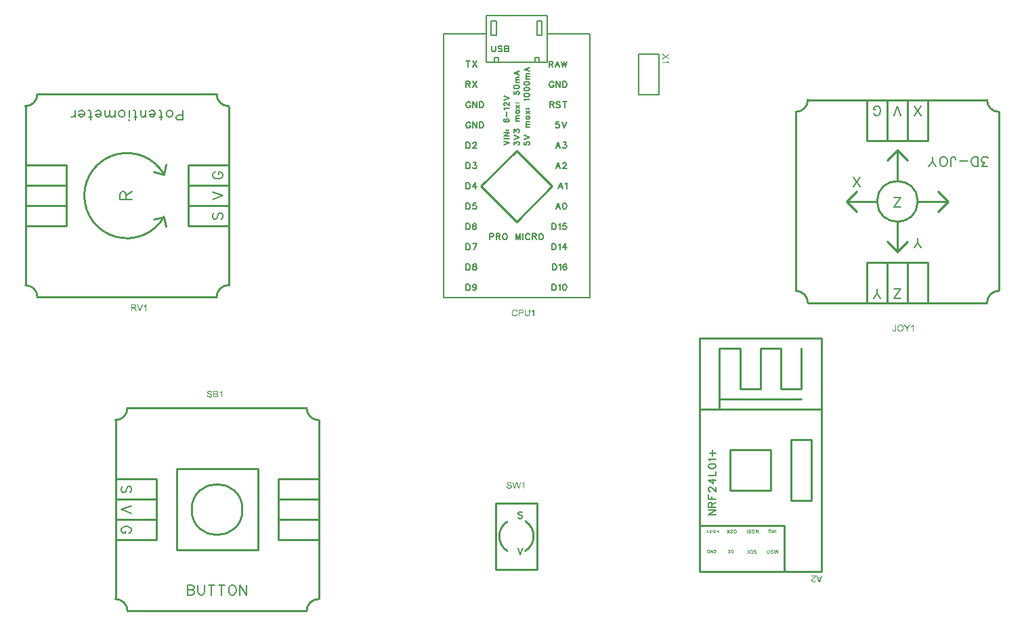
<source format=gto>
G04 Layer: TopSilkscreenLayer*
G04 EasyEDA Pro v2.2.37.3, 2025-05-01 14:47:59*
G04 Gerber Generator version 0.3*
G04 Scale: 100 percent, Rotated: No, Reflected: No*
G04 Dimensions in millimeters*
G04 Leading zeros omitted, absolute positions, 4 integers and 5 decimals*
%FSLAX45Y45*%
%MOMM*%
%ADD10C,0.203*%
%ADD11C,0.17*%
%ADD12C,0.08999*%
%ADD13C,0.1524*%
%ADD14C,0.2032*%
%ADD15C,0.2547*%
%ADD16C,0.254*%
G75*


G04 Text Start*
G54D10*
G01X24940Y-1984807D02*
G01X57452Y-2069897D01*
G01X89710Y-1984807D02*
G01X57452Y-2069897D01*
G01X81582Y-1547012D02*
G01X73454Y-1538884D01*
G01X61516Y-1534820D01*
G01X45260Y-1534820D01*
G01X33068Y-1538884D01*
G01X24940Y-1547012D01*
G01X24940Y-1555140D01*
G01X29004Y-1563268D01*
G01X33068Y-1567332D01*
G01X41196Y-1571396D01*
G01X65580Y-1579524D01*
G01X73454Y-1583588D01*
G01X77518Y-1587652D01*
G01X81582Y-1595780D01*
G01X81582Y-1607718D01*
G01X73454Y-1615846D01*
G01X61516Y-1619910D01*
G01X45260Y-1619910D01*
G01X33068Y-1615846D01*
G01X24940Y-1607718D01*
G54D11*
G01X2407257Y-1574800D02*
G01X2497935Y-1574800D01*
G01X2407257Y-1574800D02*
G01X2497935Y-1514348D01*
G01X2407257Y-1514348D02*
G01X2497935Y-1514348D01*
G01X2407257Y-1476756D02*
G01X2497935Y-1476756D01*
G01X2407257Y-1476756D02*
G01X2407257Y-1437894D01*
G01X2411575Y-1424940D01*
G01X2415893Y-1420622D01*
G01X2424529Y-1416304D01*
G01X2433165Y-1416304D01*
G01X2441801Y-1420622D01*
G01X2446119Y-1424940D01*
G01X2450437Y-1437894D01*
G01X2450437Y-1476756D01*
G01X2450437Y-1446530D02*
G01X2497935Y-1416304D01*
G01X2407257Y-1378712D02*
G01X2497935Y-1378712D01*
G01X2407257Y-1378712D02*
G01X2407257Y-1322578D01*
G01X2450437Y-1378712D02*
G01X2450437Y-1344168D01*
G01X2428847Y-1280668D02*
G01X2424529Y-1280668D01*
G01X2415893Y-1276350D01*
G01X2411575Y-1272032D01*
G01X2407257Y-1263396D01*
G01X2407257Y-1246124D01*
G01X2411575Y-1237488D01*
G01X2415893Y-1233170D01*
G01X2424529Y-1228852D01*
G01X2433165Y-1228852D01*
G01X2441801Y-1233170D01*
G01X2454755Y-1241806D01*
G01X2497935Y-1284986D01*
G01X2497935Y-1224534D01*
G01X2407257Y-1143762D02*
G01X2467709Y-1186942D01*
G01X2467709Y-1122172D01*
G01X2407257Y-1143762D02*
G01X2497935Y-1143762D01*
G01X2407257Y-1084580D02*
G01X2497935Y-1084580D01*
G01X2497935Y-1084580D02*
G01X2497935Y-1032764D01*
G01X2407257Y-969264D02*
G01X2411575Y-982218D01*
G01X2424529Y-990854D01*
G01X2446119Y-995172D01*
G01X2459073Y-995172D01*
G01X2480663Y-990854D01*
G01X2493617Y-982218D01*
G01X2497935Y-969264D01*
G01X2497935Y-960628D01*
G01X2493617Y-947674D01*
G01X2480663Y-939038D01*
G01X2459073Y-934720D01*
G01X2446119Y-934720D01*
G01X2424529Y-939038D01*
G01X2411575Y-947674D01*
G01X2407257Y-960628D01*
G01X2407257Y-969264D01*
G01X2424529Y-897128D02*
G01X2420211Y-888492D01*
G01X2407257Y-875538D01*
G01X2497935Y-875538D01*
G01X2420211Y-799084D02*
G01X2497935Y-799084D01*
G01X2459073Y-837946D02*
G01X2459073Y-760222D01*
G54D12*
G01X2471704Y-2038607D02*
G01X2473482Y-2042163D01*
G01X2477038Y-2045719D01*
G01X2480340Y-2047497D01*
G01X2487452Y-2047497D01*
G01X2491008Y-2045719D01*
G01X2494564Y-2042163D01*
G01X2496088Y-2038607D01*
G01X2497866Y-2033527D01*
G01X2497866Y-2024637D01*
G01X2496088Y-2019303D01*
G01X2494564Y-2016001D01*
G01X2491008Y-2012445D01*
G01X2487452Y-2010667D01*
G01X2480340Y-2010667D01*
G01X2477038Y-2012445D01*
G01X2473482Y-2016001D01*
G01X2471704Y-2019303D01*
G01X2471704Y-2024637D01*
G01X2480340Y-2024637D02*
G01X2471704Y-2024637D01*
G01X2454178Y-2047497D02*
G01X2454178Y-2010667D01*
G01X2454178Y-2047497D02*
G01X2429794Y-2010667D01*
G01X2429794Y-2047497D02*
G01X2429794Y-2010667D01*
G01X2412268Y-2047497D02*
G01X2412268Y-2010667D01*
G01X2412268Y-2047497D02*
G01X2400076Y-2047497D01*
G01X2394996Y-2045719D01*
G01X2391440Y-2042163D01*
G01X2389662Y-2038607D01*
G01X2387884Y-2033527D01*
G01X2387884Y-2024637D01*
G01X2389662Y-2019303D01*
G01X2391440Y-2016001D01*
G01X2394996Y-2012445D01*
G01X2400076Y-2010667D01*
G01X2412268Y-2010667D01*
G01X2525034Y-1791147D02*
G01X2525034Y-1765239D01*
G01X2537988Y-1778193D02*
G01X2512080Y-1778193D01*
G01X2493284Y-1795465D02*
G01X2477536Y-1795465D01*
G01X2486172Y-1784035D01*
G01X2481854Y-1784035D01*
G01X2478806Y-1782511D01*
G01X2477536Y-1781241D01*
G01X2476012Y-1776923D01*
G01X2476012Y-1773875D01*
G01X2477536Y-1769557D01*
G01X2480330Y-1766763D01*
G01X2484648Y-1765239D01*
G01X2488966Y-1765239D01*
G01X2493284Y-1766763D01*
G01X2494808Y-1768287D01*
G01X2496078Y-1771081D01*
G01X2458740Y-1772605D02*
G01X2460010Y-1771081D01*
G01X2458740Y-1769557D01*
G01X2457216Y-1771081D01*
G01X2458740Y-1772605D01*
G01X2438420Y-1795465D02*
G01X2422672Y-1795465D01*
G01X2431308Y-1784035D01*
G01X2426990Y-1784035D01*
G01X2423942Y-1782511D01*
G01X2422672Y-1781241D01*
G01X2421148Y-1776923D01*
G01X2421148Y-1773875D01*
G01X2422672Y-1769557D01*
G01X2425466Y-1766763D01*
G01X2429784Y-1765239D01*
G01X2434102Y-1765239D01*
G01X2438420Y-1766763D01*
G01X2439944Y-1768287D01*
G01X2441214Y-1771081D01*
G01X2405146Y-1795465D02*
G01X2393716Y-1765239D01*
G01X2382286Y-1795465D02*
G01X2393716Y-1765239D01*
G01X2689624Y-2040392D02*
G01X2691402Y-2043948D01*
G01X2694958Y-2047504D01*
G01X2698260Y-2049282D01*
G01X2705372Y-2049282D01*
G01X2708928Y-2047504D01*
G01X2712484Y-2043948D01*
G01X2714008Y-2040392D01*
G01X2715786Y-2035312D01*
G01X2715786Y-2026422D01*
G01X2714008Y-2021088D01*
G01X2712484Y-2017786D01*
G01X2708928Y-2014230D01*
G01X2705372Y-2012452D01*
G01X2698260Y-2012452D01*
G01X2694958Y-2014230D01*
G01X2691402Y-2017786D01*
G01X2689624Y-2021088D01*
G01X2672098Y-2049282D02*
G01X2672098Y-2012452D01*
G01X2672098Y-2049282D02*
G01X2649492Y-2049282D01*
G01X2672098Y-2031756D02*
G01X2658128Y-2031756D01*
G01X2672098Y-2012452D02*
G01X2649492Y-2012452D01*
G01X2724112Y-1788193D02*
G01X2725890Y-1791749D01*
G01X2729446Y-1795305D01*
G01X2732748Y-1797083D01*
G01X2739860Y-1797083D01*
G01X2743416Y-1795305D01*
G01X2746972Y-1791749D01*
G01X2748496Y-1788193D01*
G01X2750274Y-1783113D01*
G01X2750274Y-1774223D01*
G01X2748496Y-1768889D01*
G01X2746972Y-1765587D01*
G01X2743416Y-1762031D01*
G01X2739860Y-1760253D01*
G01X2732748Y-1760253D01*
G01X2729446Y-1762031D01*
G01X2725890Y-1765587D01*
G01X2724112Y-1768889D01*
G01X2682202Y-1791749D02*
G01X2685758Y-1795305D01*
G01X2690838Y-1797083D01*
G01X2697950Y-1797083D01*
G01X2703284Y-1795305D01*
G01X2706586Y-1791749D01*
G01X2706586Y-1788193D01*
G01X2705062Y-1784637D01*
G01X2703284Y-1783113D01*
G01X2699728Y-1781335D01*
G01X2689314Y-1777779D01*
G01X2685758Y-1776001D01*
G01X2683980Y-1774223D01*
G01X2682202Y-1770667D01*
G01X2682202Y-1765587D01*
G01X2685758Y-1762031D01*
G01X2690838Y-1760253D01*
G01X2697950Y-1760253D01*
G01X2703284Y-1762031D01*
G01X2706586Y-1765587D01*
G01X2664676Y-1797083D02*
G01X2664676Y-1760253D01*
G01X2664676Y-1797083D02*
G01X2640292Y-1760253D01*
G01X2640292Y-1797083D02*
G01X2640292Y-1760253D01*
G01X2978056Y-2047573D02*
G01X2981612Y-2051129D01*
G01X2986692Y-2052907D01*
G01X2993804Y-2052907D01*
G01X2999138Y-2051129D01*
G01X3002440Y-2047573D01*
G01X3002440Y-2044017D01*
G01X3000662Y-2040461D01*
G01X2999138Y-2038937D01*
G01X2995582Y-2037159D01*
G01X2984914Y-2033603D01*
G01X2981612Y-2031825D01*
G01X2979834Y-2030047D01*
G01X2978056Y-2026491D01*
G01X2978056Y-2021411D01*
G01X2981612Y-2017855D01*
G01X2986692Y-2016077D01*
G01X2993804Y-2016077D01*
G01X2999138Y-2017855D01*
G01X3002440Y-2021411D01*
G01X2934368Y-2044017D02*
G01X2936146Y-2047573D01*
G01X2939702Y-2051129D01*
G01X2943258Y-2052907D01*
G01X2950116Y-2052907D01*
G01X2953672Y-2051129D01*
G01X2957228Y-2047573D01*
G01X2959006Y-2044017D01*
G01X2960530Y-2038937D01*
G01X2960530Y-2030047D01*
G01X2959006Y-2024713D01*
G01X2957228Y-2021411D01*
G01X2953672Y-2017855D01*
G01X2950116Y-2016077D01*
G01X2943258Y-2016077D01*
G01X2939702Y-2017855D01*
G01X2936146Y-2021411D01*
G01X2934368Y-2024713D01*
G01X2916842Y-2052907D02*
G01X2916842Y-2016077D01*
G01X2892458Y-2052907D02*
G01X2916842Y-2028269D01*
G01X2908206Y-2037159D02*
G01X2892458Y-2016077D01*
G01X3024236Y-1797075D02*
G01X3024236Y-1760245D01*
G01X3024236Y-1797075D02*
G01X3010266Y-1760245D01*
G01X2996296Y-1797075D02*
G01X3010266Y-1760245D01*
G01X2996296Y-1797075D02*
G01X2996296Y-1760245D01*
G01X2968356Y-1797075D02*
G01X2971912Y-1795297D01*
G01X2975468Y-1791741D01*
G01X2977246Y-1788185D01*
G01X2978770Y-1783105D01*
G01X2978770Y-1774215D01*
G01X2977246Y-1768881D01*
G01X2975468Y-1765579D01*
G01X2971912Y-1762023D01*
G01X2968356Y-1760245D01*
G01X2961498Y-1760245D01*
G01X2957942Y-1762023D01*
G01X2954386Y-1765579D01*
G01X2952608Y-1768881D01*
G01X2950830Y-1774215D01*
G01X2950830Y-1783105D01*
G01X2952608Y-1788185D01*
G01X2954386Y-1791741D01*
G01X2957942Y-1795297D01*
G01X2961498Y-1797075D01*
G01X2968356Y-1797075D01*
G01X2908920Y-1791741D02*
G01X2912476Y-1795297D01*
G01X2917556Y-1797075D01*
G01X2924668Y-1797075D01*
G01X2930002Y-1795297D01*
G01X2933304Y-1791741D01*
G01X2933304Y-1788185D01*
G01X2931780Y-1784629D01*
G01X2930002Y-1783105D01*
G01X2926446Y-1781327D01*
G01X2916032Y-1777771D01*
G01X2912476Y-1775993D01*
G01X2910698Y-1774215D01*
G01X2908920Y-1770659D01*
G01X2908920Y-1765579D01*
G01X2912476Y-1762023D01*
G01X2917556Y-1760245D01*
G01X2924668Y-1760245D01*
G01X2930002Y-1762023D01*
G01X2933304Y-1765579D01*
G01X2891394Y-1797075D02*
G01X2891394Y-1760245D01*
G01X3270964Y-2052889D02*
G01X3270964Y-2016059D01*
G01X3270964Y-2052889D02*
G01X3256994Y-2016059D01*
G01X3243024Y-2052889D02*
G01X3256994Y-2016059D01*
G01X3243024Y-2052889D02*
G01X3243024Y-2016059D01*
G01X3225498Y-2052889D02*
G01X3225498Y-2016059D01*
G01X3183588Y-2047555D02*
G01X3187144Y-2051111D01*
G01X3192224Y-2052889D01*
G01X3199336Y-2052889D01*
G01X3204670Y-2051111D01*
G01X3207972Y-2047555D01*
G01X3207972Y-2043999D01*
G01X3206448Y-2040443D01*
G01X3204670Y-2038919D01*
G01X3201114Y-2037141D01*
G01X3190700Y-2033585D01*
G01X3187144Y-2031807D01*
G01X3185366Y-2030029D01*
G01X3183588Y-2026473D01*
G01X3183588Y-2021393D01*
G01X3187144Y-2017837D01*
G01X3192224Y-2016059D01*
G01X3199336Y-2016059D01*
G01X3204670Y-2017837D01*
G01X3207972Y-2021393D01*
G01X3155648Y-2052889D02*
G01X3159204Y-2051111D01*
G01X3162760Y-2047555D01*
G01X3164538Y-2043999D01*
G01X3166062Y-2038919D01*
G01X3166062Y-2030029D01*
G01X3164538Y-2024695D01*
G01X3162760Y-2021393D01*
G01X3159204Y-2017837D01*
G01X3155648Y-2016059D01*
G01X3148790Y-2016059D01*
G01X3145234Y-2017837D01*
G01X3141678Y-2021393D01*
G01X3139900Y-2024695D01*
G01X3138122Y-2030029D01*
G01X3138122Y-2038919D01*
G01X3139900Y-2043999D01*
G01X3141678Y-2047555D01*
G01X3145234Y-2051111D01*
G01X3148790Y-2052889D01*
G01X3155648Y-2052889D01*
G01X3247372Y-1793466D02*
G01X3247372Y-1756636D01*
G01X3229846Y-1793466D02*
G01X3229846Y-1756636D01*
G01X3229846Y-1793466D02*
G01X3214098Y-1793466D01*
G01X3209018Y-1791688D01*
G01X3207240Y-1789910D01*
G01X3205462Y-1786354D01*
G01X3205462Y-1782798D01*
G01X3207240Y-1779496D01*
G01X3209018Y-1777718D01*
G01X3214098Y-1775940D01*
G01X3229846Y-1775940D01*
G01X3217654Y-1775940D02*
G01X3205462Y-1756636D01*
G01X3177522Y-1793466D02*
G01X3181078Y-1791688D01*
G01X3184634Y-1788132D01*
G01X3186412Y-1784576D01*
G01X3187936Y-1779496D01*
G01X3187936Y-1770606D01*
G01X3186412Y-1765272D01*
G01X3184634Y-1761970D01*
G01X3181078Y-1758414D01*
G01X3177522Y-1756636D01*
G01X3170664Y-1756636D01*
G01X3167108Y-1758414D01*
G01X3163552Y-1761970D01*
G01X3161774Y-1765272D01*
G01X3159996Y-1770606D01*
G01X3159996Y-1779496D01*
G01X3161774Y-1784576D01*
G01X3163552Y-1788132D01*
G01X3167108Y-1791688D01*
G01X3170664Y-1793466D01*
G01X3177522Y-1793466D01*
G01X3172188Y-1763748D02*
G01X3161774Y-1753080D01*
G54D13*
G01X-595201Y4105910D02*
G01X-595201Y4032504D01*
G01X-619585Y4105910D02*
G01X-570563Y4105910D01*
G01X-538559Y4105910D02*
G01X-489537Y4032504D01*
G01X-489537Y4105910D02*
G01X-538559Y4032504D01*
G01X-619585Y3851910D02*
G01X-619585Y3778504D01*
G01X-619585Y3851910D02*
G01X-588089Y3851910D01*
G01X-577675Y3848354D01*
G01X-574119Y3844798D01*
G01X-570563Y3837940D01*
G01X-570563Y3830828D01*
G01X-574119Y3823970D01*
G01X-577675Y3820414D01*
G01X-588089Y3816858D01*
G01X-619585Y3816858D01*
G01X-595201Y3816858D02*
G01X-570563Y3778504D01*
G01X-538559Y3851910D02*
G01X-489537Y3778504D01*
G01X-489537Y3851910D02*
G01X-538559Y3778504D01*
G01X-567261Y3326384D02*
G01X-570563Y3333496D01*
G01X-577675Y3340354D01*
G01X-584533Y3343910D01*
G01X-598503Y3343910D01*
G01X-605615Y3340354D01*
G01X-612473Y3333496D01*
G01X-616029Y3326384D01*
G01X-619585Y3315970D01*
G01X-619585Y3298444D01*
G01X-616029Y3288030D01*
G01X-612473Y3280918D01*
G01X-605615Y3274060D01*
G01X-598503Y3270504D01*
G01X-584533Y3270504D01*
G01X-577675Y3274060D01*
G01X-570563Y3280918D01*
G01X-567261Y3288030D01*
G01X-567261Y3298444D01*
G01X-584533Y3298444D02*
G01X-567261Y3298444D01*
G01X-535257Y3343910D02*
G01X-535257Y3270504D01*
G01X-535257Y3343910D02*
G01X-486235Y3270504D01*
G01X-486235Y3343910D02*
G01X-486235Y3270504D01*
G01X-454231Y3343910D02*
G01X-454231Y3270504D01*
G01X-454231Y3343910D02*
G01X-429847Y3343910D01*
G01X-419179Y3340354D01*
G01X-412321Y3333496D01*
G01X-408765Y3326384D01*
G01X-405209Y3315970D01*
G01X-405209Y3298444D01*
G01X-408765Y3288030D01*
G01X-412321Y3280918D01*
G01X-419179Y3274060D01*
G01X-429847Y3270504D01*
G01X-454231Y3270504D01*
G01X473123Y3834384D02*
G01X469821Y3841496D01*
G01X462709Y3848354D01*
G01X455851Y3851910D01*
G01X441881Y3851910D01*
G01X434769Y3848354D01*
G01X427911Y3841496D01*
G01X424355Y3834384D01*
G01X420799Y3823970D01*
G01X420799Y3806444D01*
G01X424355Y3796030D01*
G01X427911Y3788918D01*
G01X434769Y3782060D01*
G01X441881Y3778504D01*
G01X455851Y3778504D01*
G01X462709Y3782060D01*
G01X469821Y3788918D01*
G01X473123Y3796030D01*
G01X473123Y3806444D01*
G01X455851Y3806444D02*
G01X473123Y3806444D01*
G01X505127Y3851910D02*
G01X505127Y3778504D01*
G01X505127Y3851910D02*
G01X554149Y3778504D01*
G01X554149Y3851910D02*
G01X554149Y3778504D01*
G01X586153Y3851910D02*
G01X586153Y3778504D01*
G01X586153Y3851910D02*
G01X610537Y3851910D01*
G01X621205Y3848354D01*
G01X628063Y3841496D01*
G01X631619Y3834384D01*
G01X635175Y3823970D01*
G01X635175Y3806444D01*
G01X631619Y3796030D01*
G01X628063Y3788918D01*
G01X621205Y3782060D01*
G01X610537Y3778504D01*
G01X586153Y3778504D01*
G01X420037Y4101084D02*
G01X420037Y4036060D01*
G01X420037Y4101084D02*
G01X447977Y4101084D01*
G01X457121Y4098036D01*
G01X460169Y4094988D01*
G01X463471Y4088638D01*
G01X463471Y4082542D01*
G01X460169Y4076446D01*
G01X457121Y4073398D01*
G01X447977Y4070096D01*
G01X420037Y4070096D01*
G01X441627Y4070096D02*
G01X463471Y4036060D01*
G01X518335Y4101084D02*
G01X493697Y4036060D01*
G01X518335Y4101084D02*
G01X543227Y4036060D01*
G01X502841Y4057904D02*
G01X533829Y4057904D01*
G01X573453Y4101084D02*
G01X588693Y4036060D01*
G01X604187Y4101084D02*
G01X588693Y4036060D01*
G01X604187Y4101084D02*
G01X619681Y4036060D01*
G01X635175Y4101084D02*
G01X619681Y4036060D01*
G01X-619585Y3089910D02*
G01X-619585Y3016504D01*
G01X-619585Y3089910D02*
G01X-595201Y3089910D01*
G01X-584533Y3086354D01*
G01X-577675Y3079496D01*
G01X-574119Y3072384D01*
G01X-570563Y3061970D01*
G01X-570563Y3044444D01*
G01X-574119Y3034030D01*
G01X-577675Y3026918D01*
G01X-584533Y3020060D01*
G01X-595201Y3016504D01*
G01X-619585Y3016504D01*
G01X-535003Y3072384D02*
G01X-535003Y3075940D01*
G01X-531447Y3082798D01*
G01X-528145Y3086354D01*
G01X-521033Y3089910D01*
G01X-507063Y3089910D01*
G01X-500205Y3086354D01*
G01X-496649Y3082798D01*
G01X-493093Y3075940D01*
G01X-493093Y3068828D01*
G01X-496649Y3061970D01*
G01X-503507Y3051556D01*
G01X-538559Y3016504D01*
G01X-489537Y3016504D01*
G01X-619585Y2835910D02*
G01X-619585Y2762504D01*
G01X-619585Y2835910D02*
G01X-595201Y2835910D01*
G01X-584533Y2832354D01*
G01X-577675Y2825496D01*
G01X-574119Y2818384D01*
G01X-570563Y2807970D01*
G01X-570563Y2790444D01*
G01X-574119Y2780030D01*
G01X-577675Y2772918D01*
G01X-584533Y2766060D01*
G01X-595201Y2762504D01*
G01X-619585Y2762504D01*
G01X-531447Y2835910D02*
G01X-493093Y2835910D01*
G01X-514175Y2807970D01*
G01X-503507Y2807970D01*
G01X-496649Y2804414D01*
G01X-493093Y2800858D01*
G01X-489537Y2790444D01*
G01X-489537Y2783586D01*
G01X-493093Y2772918D01*
G01X-500205Y2766060D01*
G01X-510619Y2762504D01*
G01X-521033Y2762504D01*
G01X-531447Y2766060D01*
G01X-535003Y2769616D01*
G01X-538559Y2776474D01*
G01X-619585Y2581910D02*
G01X-619585Y2508504D01*
G01X-619585Y2581910D02*
G01X-595201Y2581910D01*
G01X-584533Y2578354D01*
G01X-577675Y2571496D01*
G01X-574119Y2564384D01*
G01X-570563Y2553970D01*
G01X-570563Y2536444D01*
G01X-574119Y2526030D01*
G01X-577675Y2518918D01*
G01X-584533Y2512060D01*
G01X-595201Y2508504D01*
G01X-619585Y2508504D01*
G01X-503507Y2581910D02*
G01X-538559Y2532888D01*
G01X-486235Y2532888D01*
G01X-503507Y2581910D02*
G01X-503507Y2508504D01*
G01X-619585Y2327910D02*
G01X-619585Y2254504D01*
G01X-619585Y2327910D02*
G01X-595201Y2327910D01*
G01X-584533Y2324354D01*
G01X-577675Y2317496D01*
G01X-574119Y2310384D01*
G01X-570563Y2299970D01*
G01X-570563Y2282444D01*
G01X-574119Y2272030D01*
G01X-577675Y2264918D01*
G01X-584533Y2258060D01*
G01X-595201Y2254504D01*
G01X-619585Y2254504D01*
G01X-496649Y2327910D02*
G01X-531447Y2327910D01*
G01X-535003Y2296414D01*
G01X-531447Y2299970D01*
G01X-521033Y2303526D01*
G01X-510619Y2303526D01*
G01X-500205Y2299970D01*
G01X-493093Y2292858D01*
G01X-489537Y2282444D01*
G01X-489537Y2275586D01*
G01X-493093Y2264918D01*
G01X-500205Y2258060D01*
G01X-510619Y2254504D01*
G01X-521033Y2254504D01*
G01X-531447Y2258060D01*
G01X-535003Y2261616D01*
G01X-538559Y2268474D01*
G01X-619585Y2073910D02*
G01X-619585Y2000504D01*
G01X-619585Y2073910D02*
G01X-595201Y2073910D01*
G01X-584533Y2070354D01*
G01X-577675Y2063496D01*
G01X-574119Y2056384D01*
G01X-570563Y2045970D01*
G01X-570563Y2028444D01*
G01X-574119Y2018030D01*
G01X-577675Y2010918D01*
G01X-584533Y2004060D01*
G01X-595201Y2000504D01*
G01X-619585Y2000504D01*
G01X-496649Y2063496D02*
G01X-500205Y2070354D01*
G01X-510619Y2073910D01*
G01X-517477Y2073910D01*
G01X-528145Y2070354D01*
G01X-535003Y2059940D01*
G01X-538559Y2042414D01*
G01X-538559Y2024888D01*
G01X-535003Y2010918D01*
G01X-528145Y2004060D01*
G01X-517477Y2000504D01*
G01X-514175Y2000504D01*
G01X-503507Y2004060D01*
G01X-496649Y2010918D01*
G01X-493093Y2021586D01*
G01X-493093Y2024888D01*
G01X-496649Y2035556D01*
G01X-503507Y2042414D01*
G01X-514175Y2045970D01*
G01X-517477Y2045970D01*
G01X-528145Y2042414D01*
G01X-535003Y2035556D01*
G01X-538559Y2024888D01*
G01X-619585Y1819910D02*
G01X-619585Y1746504D01*
G01X-619585Y1819910D02*
G01X-595201Y1819910D01*
G01X-584533Y1816354D01*
G01X-577675Y1809496D01*
G01X-574119Y1802384D01*
G01X-570563Y1791970D01*
G01X-570563Y1774444D01*
G01X-574119Y1764030D01*
G01X-577675Y1756918D01*
G01X-584533Y1750060D01*
G01X-595201Y1746504D01*
G01X-619585Y1746504D01*
G01X-489537Y1819910D02*
G01X-524589Y1746504D01*
G01X-538559Y1819910D02*
G01X-489537Y1819910D01*
G01X-619585Y1565910D02*
G01X-619585Y1492504D01*
G01X-619585Y1565910D02*
G01X-595201Y1565910D01*
G01X-584533Y1562354D01*
G01X-577675Y1555496D01*
G01X-574119Y1548384D01*
G01X-570563Y1537970D01*
G01X-570563Y1520444D01*
G01X-574119Y1510030D01*
G01X-577675Y1502918D01*
G01X-584533Y1496060D01*
G01X-595201Y1492504D01*
G01X-619585Y1492504D01*
G01X-521033Y1565910D02*
G01X-531447Y1562354D01*
G01X-535003Y1555496D01*
G01X-535003Y1548384D01*
G01X-531447Y1541526D01*
G01X-524589Y1537970D01*
G01X-510619Y1534414D01*
G01X-500205Y1530858D01*
G01X-493093Y1524000D01*
G01X-489537Y1516888D01*
G01X-489537Y1506474D01*
G01X-493093Y1499616D01*
G01X-496649Y1496060D01*
G01X-507063Y1492504D01*
G01X-521033Y1492504D01*
G01X-531447Y1496060D01*
G01X-535003Y1499616D01*
G01X-538559Y1506474D01*
G01X-538559Y1516888D01*
G01X-535003Y1524000D01*
G01X-528145Y1530858D01*
G01X-517477Y1534414D01*
G01X-503507Y1537970D01*
G01X-496649Y1541526D01*
G01X-493093Y1548384D01*
G01X-493093Y1555496D01*
G01X-496649Y1562354D01*
G01X-507063Y1565910D01*
G01X-521033Y1565910D01*
G01X-619585Y1311910D02*
G01X-619585Y1238504D01*
G01X-619585Y1311910D02*
G01X-595201Y1311910D01*
G01X-584533Y1308354D01*
G01X-577675Y1301496D01*
G01X-574119Y1294384D01*
G01X-570563Y1283970D01*
G01X-570563Y1266444D01*
G01X-574119Y1256030D01*
G01X-577675Y1248918D01*
G01X-584533Y1242060D01*
G01X-595201Y1238504D01*
G01X-619585Y1238504D01*
G01X-493093Y1287526D02*
G01X-496649Y1276858D01*
G01X-503507Y1270000D01*
G01X-514175Y1266444D01*
G01X-517477Y1266444D01*
G01X-528145Y1270000D01*
G01X-535003Y1276858D01*
G01X-538559Y1287526D01*
G01X-538559Y1290828D01*
G01X-535003Y1301496D01*
G01X-528145Y1308354D01*
G01X-517477Y1311910D01*
G01X-514175Y1311910D01*
G01X-503507Y1308354D01*
G01X-496649Y1301496D01*
G01X-493093Y1287526D01*
G01X-493093Y1270000D01*
G01X-496649Y1252474D01*
G01X-503507Y1242060D01*
G01X-514175Y1238504D01*
G01X-521033Y1238504D01*
G01X-531447Y1242060D01*
G01X-535003Y1248918D01*
G01X424101Y3597910D02*
G01X424101Y3524504D01*
G01X424101Y3597910D02*
G01X455597Y3597910D01*
G01X466011Y3594354D01*
G01X469567Y3590798D01*
G01X473123Y3583940D01*
G01X473123Y3576828D01*
G01X469567Y3569970D01*
G01X466011Y3566414D01*
G01X455597Y3562858D01*
G01X424101Y3562858D01*
G01X448485Y3562858D02*
G01X473123Y3524504D01*
G01X554149Y3587496D02*
G01X547037Y3594354D01*
G01X536623Y3597910D01*
G01X522653Y3597910D01*
G01X512239Y3594354D01*
G01X505127Y3587496D01*
G01X505127Y3580384D01*
G01X508683Y3573526D01*
G01X512239Y3569970D01*
G01X519097Y3566414D01*
G01X540179Y3559556D01*
G01X547037Y3556000D01*
G01X550593Y3552444D01*
G01X554149Y3545586D01*
G01X554149Y3534918D01*
G01X547037Y3528060D01*
G01X536623Y3524504D01*
G01X522653Y3524504D01*
G01X512239Y3528060D01*
G01X505127Y3534918D01*
G01X610537Y3597910D02*
G01X610537Y3524504D01*
G01X586153Y3597910D02*
G01X635175Y3597910D01*
G01X540179Y3343910D02*
G01X505381Y3343910D01*
G01X501825Y3312414D01*
G01X505381Y3315970D01*
G01X515795Y3319526D01*
G01X526209Y3319526D01*
G01X536623Y3315970D01*
G01X543735Y3308858D01*
G01X547291Y3298444D01*
G01X547291Y3291586D01*
G01X543735Y3280918D01*
G01X536623Y3274060D01*
G01X526209Y3270504D01*
G01X515795Y3270504D01*
G01X505381Y3274060D01*
G01X501825Y3277616D01*
G01X498269Y3284474D01*
G01X579295Y3343910D02*
G01X607235Y3270504D01*
G01X635175Y3343910D02*
G01X607235Y3270504D01*
G01X526209Y3089910D02*
G01X498269Y3016504D01*
G01X526209Y3089910D02*
G01X554149Y3016504D01*
G01X508683Y3040888D02*
G01X543735Y3040888D01*
G01X593265Y3089910D02*
G01X631619Y3089910D01*
G01X610537Y3061970D01*
G01X621205Y3061970D01*
G01X628063Y3058414D01*
G01X631619Y3054858D01*
G01X635175Y3044444D01*
G01X635175Y3037586D01*
G01X631619Y3026918D01*
G01X624507Y3020060D01*
G01X614093Y3016504D01*
G01X603679Y3016504D01*
G01X593265Y3020060D01*
G01X589709Y3023616D01*
G01X586153Y3030474D01*
G01X526209Y2835910D02*
G01X498269Y2762504D01*
G01X526209Y2835910D02*
G01X554149Y2762504D01*
G01X508683Y2786888D02*
G01X543735Y2786888D01*
G01X589709Y2818384D02*
G01X589709Y2821940D01*
G01X593265Y2828798D01*
G01X596567Y2832354D01*
G01X603679Y2835910D01*
G01X617649Y2835910D01*
G01X624507Y2832354D01*
G01X628063Y2828798D01*
G01X631619Y2821940D01*
G01X631619Y2814828D01*
G01X628063Y2807970D01*
G01X621205Y2797556D01*
G01X586153Y2762504D01*
G01X635175Y2762504D01*
G01X557705Y2581910D02*
G01X529765Y2508504D01*
G01X557705Y2581910D02*
G01X585645Y2508504D01*
G01X540179Y2532888D02*
G01X575231Y2532888D01*
G01X617649Y2567940D02*
G01X624761Y2571496D01*
G01X635175Y2581910D01*
G01X635175Y2508504D01*
G01X526209Y2327910D02*
G01X498269Y2254504D01*
G01X526209Y2327910D02*
G01X554149Y2254504D01*
G01X508683Y2278888D02*
G01X543735Y2278888D01*
G01X607235Y2327910D02*
G01X596567Y2324354D01*
G01X589709Y2313940D01*
G01X586153Y2296414D01*
G01X586153Y2286000D01*
G01X589709Y2268474D01*
G01X596567Y2258060D01*
G01X607235Y2254504D01*
G01X614093Y2254504D01*
G01X624507Y2258060D01*
G01X631619Y2268474D01*
G01X635175Y2286000D01*
G01X635175Y2296414D01*
G01X631619Y2313940D01*
G01X624507Y2324354D01*
G01X614093Y2327910D01*
G01X607235Y2327910D01*
G01X455597Y2073910D02*
G01X455597Y2000504D01*
G01X455597Y2073910D02*
G01X479981Y2073910D01*
G01X490649Y2070354D01*
G01X497507Y2063496D01*
G01X501063Y2056384D01*
G01X504619Y2045970D01*
G01X504619Y2028444D01*
G01X501063Y2018030D01*
G01X497507Y2010918D01*
G01X490649Y2004060D01*
G01X479981Y2000504D01*
G01X455597Y2000504D01*
G01X536623Y2059940D02*
G01X543735Y2063496D01*
G01X554149Y2073910D01*
G01X554149Y2000504D01*
G01X628063Y2073910D02*
G01X593265Y2073910D01*
G01X589709Y2042414D01*
G01X593265Y2045970D01*
G01X603679Y2049526D01*
G01X614093Y2049526D01*
G01X624507Y2045970D01*
G01X631619Y2038858D01*
G01X635175Y2028444D01*
G01X635175Y2021586D01*
G01X631619Y2010918D01*
G01X624507Y2004060D01*
G01X614093Y2000504D01*
G01X603679Y2000504D01*
G01X593265Y2004060D01*
G01X589709Y2007616D01*
G01X586153Y2014474D01*
G01X452295Y1819910D02*
G01X452295Y1746504D01*
G01X452295Y1819910D02*
G01X476679Y1819910D01*
G01X487347Y1816354D01*
G01X494205Y1809496D01*
G01X497761Y1802384D01*
G01X501317Y1791970D01*
G01X501317Y1774444D01*
G01X497761Y1764030D01*
G01X494205Y1756918D01*
G01X487347Y1750060D01*
G01X476679Y1746504D01*
G01X452295Y1746504D01*
G01X533321Y1805940D02*
G01X540433Y1809496D01*
G01X550847Y1819910D01*
G01X550847Y1746504D01*
G01X617903Y1819910D02*
G01X582851Y1770888D01*
G01X635175Y1770888D01*
G01X617903Y1819910D02*
G01X617903Y1746504D01*
G01X459153Y1565910D02*
G01X459153Y1492504D01*
G01X459153Y1565910D02*
G01X483537Y1565910D01*
G01X494205Y1562354D01*
G01X501063Y1555496D01*
G01X504619Y1548384D01*
G01X508175Y1537970D01*
G01X508175Y1520444D01*
G01X504619Y1510030D01*
G01X501063Y1502918D01*
G01X494205Y1496060D01*
G01X483537Y1492504D01*
G01X459153Y1492504D01*
G01X540179Y1551940D02*
G01X547291Y1555496D01*
G01X557705Y1565910D01*
G01X557705Y1492504D01*
G01X631619Y1555496D02*
G01X628063Y1562354D01*
G01X617649Y1565910D01*
G01X610791Y1565910D01*
G01X600123Y1562354D01*
G01X593265Y1551940D01*
G01X589709Y1534414D01*
G01X589709Y1516888D01*
G01X593265Y1502918D01*
G01X600123Y1496060D01*
G01X610791Y1492504D01*
G01X614093Y1492504D01*
G01X624761Y1496060D01*
G01X631619Y1502918D01*
G01X635175Y1513586D01*
G01X635175Y1516888D01*
G01X631619Y1527556D01*
G01X624761Y1534414D01*
G01X614093Y1537970D01*
G01X610791Y1537970D01*
G01X600123Y1534414D01*
G01X593265Y1527556D01*
G01X589709Y1516888D01*
G01X455597Y1311910D02*
G01X455597Y1238504D01*
G01X455597Y1311910D02*
G01X479981Y1311910D01*
G01X490649Y1308354D01*
G01X497507Y1301496D01*
G01X501063Y1294384D01*
G01X504619Y1283970D01*
G01X504619Y1266444D01*
G01X501063Y1256030D01*
G01X497507Y1248918D01*
G01X490649Y1242060D01*
G01X479981Y1238504D01*
G01X455597Y1238504D01*
G01X536623Y1297940D02*
G01X543735Y1301496D01*
G01X554149Y1311910D01*
G01X554149Y1238504D01*
G01X607235Y1311910D02*
G01X596567Y1308354D01*
G01X589709Y1297940D01*
G01X586153Y1280414D01*
G01X586153Y1270000D01*
G01X589709Y1252474D01*
G01X596567Y1242060D01*
G01X607235Y1238504D01*
G01X614093Y1238504D01*
G01X624507Y1242060D01*
G01X631619Y1252474D01*
G01X635175Y1270000D01*
G01X635175Y1280414D01*
G01X631619Y1297940D01*
G01X624507Y1308354D01*
G01X614093Y1311910D01*
G01X607235Y1311910D01*
G01X-302085Y4296410D02*
G01X-302085Y4244086D01*
G01X-298529Y4233418D01*
G01X-291671Y4226560D01*
G01X-281003Y4223004D01*
G01X-274145Y4223004D01*
G01X-263731Y4226560D01*
G01X-256619Y4233418D01*
G01X-253063Y4244086D01*
G01X-253063Y4296410D01*
G01X-172037Y4285996D02*
G01X-179149Y4292854D01*
G01X-189563Y4296410D01*
G01X-203533Y4296410D01*
G01X-213947Y4292854D01*
G01X-221059Y4285996D01*
G01X-221059Y4278884D01*
G01X-217503Y4272026D01*
G01X-213947Y4268470D01*
G01X-207089Y4264914D01*
G01X-186007Y4258056D01*
G01X-179149Y4254500D01*
G01X-175593Y4250944D01*
G01X-172037Y4244086D01*
G01X-172037Y4233418D01*
G01X-179149Y4226560D01*
G01X-189563Y4223004D01*
G01X-203533Y4223004D01*
G01X-213947Y4226560D01*
G01X-221059Y4233418D01*
G01X-140033Y4296410D02*
G01X-140033Y4223004D01*
G01X-140033Y4296410D02*
G01X-108537Y4296410D01*
G01X-98123Y4292854D01*
G01X-94567Y4289298D01*
G01X-91011Y4282440D01*
G01X-91011Y4275328D01*
G01X-94567Y4268470D01*
G01X-98123Y4264914D01*
G01X-108537Y4261358D01*
G01X-140033Y4261358D02*
G01X-108537Y4261358D01*
G01X-98123Y4258056D01*
G01X-94567Y4254500D01*
G01X-91011Y4247388D01*
G01X-91011Y4236974D01*
G01X-94567Y4230116D01*
G01X-98123Y4226560D01*
G01X-108537Y4223004D01*
G01X-140033Y4223004D01*
G01X-567261Y3580384D02*
G01X-570563Y3587496D01*
G01X-577675Y3594354D01*
G01X-584533Y3597910D01*
G01X-598503Y3597910D01*
G01X-605615Y3594354D01*
G01X-612473Y3587496D01*
G01X-616029Y3580384D01*
G01X-619585Y3569970D01*
G01X-619585Y3552444D01*
G01X-616029Y3542030D01*
G01X-612473Y3534918D01*
G01X-605615Y3528060D01*
G01X-598503Y3524504D01*
G01X-584533Y3524504D01*
G01X-577675Y3528060D01*
G01X-570563Y3534918D01*
G01X-567261Y3542030D01*
G01X-567261Y3552444D01*
G01X-584533Y3552444D02*
G01X-567261Y3552444D01*
G01X-535257Y3597910D02*
G01X-535257Y3524504D01*
G01X-535257Y3597910D02*
G01X-486235Y3524504D01*
G01X-486235Y3597910D02*
G01X-486235Y3524504D01*
G01X-454231Y3597910D02*
G01X-454231Y3524504D01*
G01X-454231Y3597910D02*
G01X-429847Y3597910D01*
G01X-419179Y3594354D01*
G01X-412321Y3587496D01*
G01X-408765Y3580384D01*
G01X-405209Y3569970D01*
G01X-405209Y3552444D01*
G01X-408765Y3542030D01*
G01X-412321Y3534918D01*
G01X-419179Y3528060D01*
G01X-429847Y3524504D01*
G01X-454231Y3524504D01*
G01X-326850Y1946910D02*
G01X-326850Y1873504D01*
G01X-326850Y1946910D02*
G01X-295354Y1946910D01*
G01X-284940Y1943354D01*
G01X-281384Y1939798D01*
G01X-277828Y1932940D01*
G01X-277828Y1922526D01*
G01X-281384Y1915414D01*
G01X-284940Y1911858D01*
G01X-295354Y1908556D01*
G01X-326850Y1908556D01*
G01X-245824Y1946910D02*
G01X-245824Y1873504D01*
G01X-245824Y1946910D02*
G01X-214328Y1946910D01*
G01X-203914Y1943354D01*
G01X-200358Y1939798D01*
G01X-196802Y1932940D01*
G01X-196802Y1925828D01*
G01X-200358Y1918970D01*
G01X-203914Y1915414D01*
G01X-214328Y1911858D01*
G01X-245824Y1911858D01*
G01X-221440Y1911858D02*
G01X-196802Y1873504D01*
G01X-143716Y1946910D02*
G01X-150828Y1943354D01*
G01X-157686Y1936496D01*
G01X-161242Y1929384D01*
G01X-164798Y1918970D01*
G01X-164798Y1901444D01*
G01X-161242Y1891030D01*
G01X-157686Y1883918D01*
G01X-150828Y1877060D01*
G01X-143716Y1873504D01*
G01X-129746Y1873504D01*
G01X-122888Y1877060D01*
G01X-115776Y1883918D01*
G01X-112474Y1891030D01*
G01X-108918Y1901444D01*
G01X-108918Y1918970D01*
G01X-112474Y1929384D01*
G01X-115776Y1936496D01*
G01X-122888Y1943354D01*
G01X-129746Y1946910D01*
G01X-143716Y1946910D01*
G01X1318Y1946910D02*
G01X1318Y1873504D01*
G01X1318Y1946910D02*
G01X29258Y1873504D01*
G01X57198Y1946910D02*
G01X29258Y1873504D01*
G01X57198Y1946910D02*
G01X57198Y1873504D01*
G01X89202Y1946910D02*
G01X89202Y1873504D01*
G01X173530Y1929384D02*
G01X170228Y1936496D01*
G01X163116Y1943354D01*
G01X156258Y1946910D01*
G01X142288Y1946910D01*
G01X135176Y1943354D01*
G01X128318Y1936496D01*
G01X124762Y1929384D01*
G01X121206Y1918970D01*
G01X121206Y1901444D01*
G01X124762Y1891030D01*
G01X128318Y1883918D01*
G01X135176Y1877060D01*
G01X142288Y1873504D01*
G01X156258Y1873504D01*
G01X163116Y1877060D01*
G01X170228Y1883918D01*
G01X173530Y1891030D01*
G01X205534Y1946910D02*
G01X205534Y1873504D01*
G01X205534Y1946910D02*
G01X237030Y1946910D01*
G01X247444Y1943354D01*
G01X251000Y1939798D01*
G01X254556Y1932940D01*
G01X254556Y1925828D01*
G01X251000Y1918970D01*
G01X247444Y1915414D01*
G01X237030Y1911858D01*
G01X205534Y1911858D01*
G01X229918Y1911858D02*
G01X254556Y1873504D01*
G01X307642Y1946910D02*
G01X300530Y1943354D01*
G01X293672Y1936496D01*
G01X290116Y1929384D01*
G01X286560Y1918970D01*
G01X286560Y1901444D01*
G01X290116Y1891030D01*
G01X293672Y1883918D01*
G01X300530Y1877060D01*
G01X307642Y1873504D01*
G01X321612Y1873504D01*
G01X328470Y1877060D01*
G01X335582Y1883918D01*
G01X338884Y1891030D01*
G01X342440Y1901444D01*
G01X342440Y1918970D01*
G01X338884Y1929384D01*
G01X335582Y1936496D01*
G01X328470Y1943354D01*
G01X321612Y1946910D01*
G01X307642Y1946910D01*
G01X-149939Y3055620D02*
G01X-84915Y3080512D01*
G01X-149939Y3105150D02*
G01X-84915Y3080512D01*
G01X-149939Y3135376D02*
G01X-84915Y3135376D01*
G01X-149939Y3165602D02*
G01X-84915Y3165602D01*
G01X-149939Y3165602D02*
G01X-84915Y3208782D01*
G01X-149939Y3208782D02*
G01X-84915Y3208782D01*
G01X-122253Y3242056D02*
G01X-118951Y3239008D01*
G01X-115903Y3242056D01*
G01X-118951Y3245104D01*
G01X-122253Y3242056D01*
G01X-100409Y3242056D02*
G01X-97361Y3239008D01*
G01X-94313Y3242056D01*
G01X-97361Y3245104D01*
G01X-100409Y3242056D01*
G01X-140795Y3381756D02*
G01X-146891Y3378708D01*
G01X-149939Y3369310D01*
G01X-149939Y3363214D01*
G01X-146891Y3353816D01*
G01X-137493Y3347720D01*
G01X-122253Y3344672D01*
G01X-106759Y3344672D01*
G01X-94313Y3347720D01*
G01X-87963Y3353816D01*
G01X-84915Y3363214D01*
G01X-84915Y3366262D01*
G01X-87963Y3375406D01*
G01X-94313Y3381756D01*
G01X-103457Y3384804D01*
G01X-106759Y3384804D01*
G01X-115903Y3381756D01*
G01X-122253Y3375406D01*
G01X-125301Y3366262D01*
G01X-125301Y3363214D01*
G01X-122253Y3353816D01*
G01X-115903Y3347720D01*
G01X-106759Y3344672D01*
G01X-112855Y3415030D02*
G01X-112855Y3470656D01*
G01X-137493Y3500882D02*
G01X-140795Y3506978D01*
G01X-149939Y3516122D01*
G01X-84915Y3516122D01*
G01X-134445Y3549396D02*
G01X-137493Y3549396D01*
G01X-143843Y3552444D01*
G01X-146891Y3555492D01*
G01X-149939Y3561588D01*
G01X-149939Y3574034D01*
G01X-146891Y3580384D01*
G01X-143843Y3583432D01*
G01X-137493Y3586480D01*
G01X-131397Y3586480D01*
G01X-125301Y3583432D01*
G01X-115903Y3577082D01*
G01X-84915Y3546348D01*
G01X-84915Y3589528D01*
G01X-149939Y3619754D02*
G01X-84915Y3644392D01*
G01X-149939Y3669284D02*
G01X-84915Y3644392D01*
G01X-22939Y3061716D02*
G01X-22939Y3095752D01*
G01X1699Y3077210D01*
G01X1699Y3086608D01*
G01X4747Y3092704D01*
G01X8049Y3095752D01*
G01X17193Y3099054D01*
G01X23543Y3099054D01*
G01X32687Y3095752D01*
G01X39037Y3089656D01*
G01X42085Y3080512D01*
G01X42085Y3071114D01*
G01X39037Y3061716D01*
G01X35735Y3058668D01*
G01X29639Y3055620D01*
G01X-22939Y3129280D02*
G01X42085Y3153918D01*
G01X-22939Y3178810D02*
G01X42085Y3153918D01*
G01X-22939Y3215132D02*
G01X-22939Y3249168D01*
G01X1699Y3230626D01*
G01X1699Y3239770D01*
G01X4747Y3246120D01*
G01X8049Y3249168D01*
G01X17193Y3252216D01*
G01X23543Y3252216D01*
G01X32687Y3249168D01*
G01X39037Y3243072D01*
G01X42085Y3233674D01*
G01X42085Y3224276D01*
G01X39037Y3215132D01*
G01X35735Y3212084D01*
G01X29639Y3209036D01*
G01X-1349Y3351784D02*
G01X42085Y3351784D01*
G01X11097Y3351784D02*
G01X1699Y3360928D01*
G01X-1349Y3367024D01*
G01X-1349Y3376422D01*
G01X1699Y3382518D01*
G01X11097Y3385820D01*
G01X42085Y3385820D01*
G01X11097Y3385820D02*
G01X1699Y3394964D01*
G01X-1349Y3401314D01*
G01X-1349Y3410458D01*
G01X1699Y3416554D01*
G01X11097Y3419856D01*
G01X42085Y3419856D01*
G01X-1349Y3487166D02*
G01X42085Y3487166D01*
G01X8049Y3487166D02*
G01X1699Y3480816D01*
G01X-1349Y3474720D01*
G01X-1349Y3465322D01*
G01X1699Y3459226D01*
G01X8049Y3453130D01*
G01X17193Y3450082D01*
G01X23543Y3450082D01*
G01X32687Y3453130D01*
G01X39037Y3459226D01*
G01X42085Y3465322D01*
G01X42085Y3474720D01*
G01X39037Y3480816D01*
G01X32687Y3487166D01*
G01X-1349Y3517392D02*
G01X42085Y3551428D01*
G01X-1349Y3551428D02*
G01X42085Y3517392D01*
G01X4747Y3584702D02*
G01X8049Y3581654D01*
G01X11097Y3584702D01*
G01X8049Y3587750D01*
G01X4747Y3584702D01*
G01X26591Y3584702D02*
G01X29639Y3581654D01*
G01X32687Y3584702D01*
G01X29639Y3587750D01*
G01X26591Y3584702D01*
G01X-22939Y3724402D02*
G01X-22939Y3693414D01*
G01X4747Y3690366D01*
G01X1699Y3693414D01*
G01X-1349Y3702558D01*
G01X-1349Y3711956D01*
G01X1699Y3721354D01*
G01X8049Y3727450D01*
G01X17193Y3730498D01*
G01X23543Y3730498D01*
G01X32687Y3727450D01*
G01X39037Y3721354D01*
G01X42085Y3711956D01*
G01X42085Y3702558D01*
G01X39037Y3693414D01*
G01X35735Y3690366D01*
G01X29639Y3687318D01*
G01X-22939Y3779266D02*
G01X-19891Y3769868D01*
G01X-10493Y3763772D01*
G01X4747Y3760724D01*
G01X14145Y3760724D01*
G01X29639Y3763772D01*
G01X39037Y3769868D01*
G01X42085Y3779266D01*
G01X42085Y3785362D01*
G01X39037Y3794760D01*
G01X29639Y3800856D01*
G01X14145Y3803904D01*
G01X4747Y3803904D01*
G01X-10493Y3800856D01*
G01X-19891Y3794760D01*
G01X-22939Y3785362D01*
G01X-22939Y3779266D01*
G01X-1349Y3834130D02*
G01X42085Y3834130D01*
G01X11097Y3834130D02*
G01X1699Y3843274D01*
G01X-1349Y3849370D01*
G01X-1349Y3858768D01*
G01X1699Y3864864D01*
G01X11097Y3868166D01*
G01X42085Y3868166D01*
G01X11097Y3868166D02*
G01X1699Y3877310D01*
G01X-1349Y3883660D01*
G01X-1349Y3892804D01*
G01X1699Y3898900D01*
G01X11097Y3902202D01*
G01X42085Y3902202D01*
G01X-22939Y3957066D02*
G01X42085Y3932428D01*
G01X-22939Y3957066D02*
G01X42085Y3981958D01*
G01X20241Y3941572D02*
G01X20241Y3972560D01*
G01X104061Y3092704D02*
G01X104061Y3061716D01*
G01X131747Y3058668D01*
G01X128699Y3061716D01*
G01X125651Y3071114D01*
G01X125651Y3080512D01*
G01X128699Y3089656D01*
G01X135049Y3095752D01*
G01X144193Y3099054D01*
G01X150543Y3099054D01*
G01X159687Y3095752D01*
G01X166037Y3089656D01*
G01X169085Y3080512D01*
G01X169085Y3071114D01*
G01X166037Y3061716D01*
G01X162735Y3058668D01*
G01X156639Y3055620D01*
G01X104061Y3129280D02*
G01X169085Y3153918D01*
G01X104061Y3178810D02*
G01X169085Y3153918D01*
G01X125651Y3278378D02*
G01X169085Y3278378D01*
G01X138097Y3278378D02*
G01X128699Y3287522D01*
G01X125651Y3293618D01*
G01X125651Y3303016D01*
G01X128699Y3309112D01*
G01X138097Y3312414D01*
G01X169085Y3312414D01*
G01X138097Y3312414D02*
G01X128699Y3321558D01*
G01X125651Y3327908D01*
G01X125651Y3337052D01*
G01X128699Y3343148D01*
G01X138097Y3346450D01*
G01X169085Y3346450D01*
G01X125651Y3413760D02*
G01X169085Y3413760D01*
G01X135049Y3413760D02*
G01X128699Y3407410D01*
G01X125651Y3401314D01*
G01X125651Y3391916D01*
G01X128699Y3385820D01*
G01X135049Y3379724D01*
G01X144193Y3376676D01*
G01X150543Y3376676D01*
G01X159687Y3379724D01*
G01X166037Y3385820D01*
G01X169085Y3391916D01*
G01X169085Y3401314D01*
G01X166037Y3407410D01*
G01X159687Y3413760D01*
G01X125651Y3443986D02*
G01X169085Y3478022D01*
G01X125651Y3478022D02*
G01X169085Y3443986D01*
G01X131747Y3511296D02*
G01X135049Y3508248D01*
G01X138097Y3511296D01*
G01X135049Y3514344D01*
G01X131747Y3511296D01*
G01X153591Y3511296D02*
G01X156639Y3508248D01*
G01X159687Y3511296D01*
G01X156639Y3514344D01*
G01X153591Y3511296D01*
G01X116507Y3613912D02*
G01X113205Y3620008D01*
G01X104061Y3629152D01*
G01X169085Y3629152D01*
G01X104061Y3677920D02*
G01X107109Y3668522D01*
G01X116507Y3662426D01*
G01X131747Y3659378D01*
G01X141145Y3659378D01*
G01X156639Y3662426D01*
G01X166037Y3668522D01*
G01X169085Y3677920D01*
G01X169085Y3684016D01*
G01X166037Y3693414D01*
G01X156639Y3699510D01*
G01X141145Y3702558D01*
G01X131747Y3702558D01*
G01X116507Y3699510D01*
G01X107109Y3693414D01*
G01X104061Y3684016D01*
G01X104061Y3677920D01*
G01X104061Y3751326D02*
G01X107109Y3741928D01*
G01X116507Y3735832D01*
G01X131747Y3732784D01*
G01X141145Y3732784D01*
G01X156639Y3735832D01*
G01X166037Y3741928D01*
G01X169085Y3751326D01*
G01X169085Y3757422D01*
G01X166037Y3766820D01*
G01X156639Y3772916D01*
G01X141145Y3775964D01*
G01X131747Y3775964D01*
G01X116507Y3772916D01*
G01X107109Y3766820D01*
G01X104061Y3757422D01*
G01X104061Y3751326D01*
G01X104061Y3824732D02*
G01X107109Y3815334D01*
G01X116507Y3809238D01*
G01X131747Y3806190D01*
G01X141145Y3806190D01*
G01X156639Y3809238D01*
G01X166037Y3815334D01*
G01X169085Y3824732D01*
G01X169085Y3830828D01*
G01X166037Y3840226D01*
G01X156639Y3846322D01*
G01X141145Y3849370D01*
G01X131747Y3849370D01*
G01X116507Y3846322D01*
G01X107109Y3840226D01*
G01X104061Y3830828D01*
G01X104061Y3824732D01*
G01X125651Y3879596D02*
G01X169085Y3879596D01*
G01X138097Y3879596D02*
G01X128699Y3888740D01*
G01X125651Y3894836D01*
G01X125651Y3904234D01*
G01X128699Y3910330D01*
G01X138097Y3913632D01*
G01X169085Y3913632D01*
G01X138097Y3913632D02*
G01X128699Y3922776D01*
G01X125651Y3929126D01*
G01X125651Y3938270D01*
G01X128699Y3944366D01*
G01X138097Y3947668D01*
G01X169085Y3947668D01*
G01X104061Y4002532D02*
G01X169085Y3977894D01*
G01X104061Y4002532D02*
G01X169085Y4027424D01*
G01X147241Y3987038D02*
G01X147241Y4018026D01*
G54D14*
G01X-4809658Y-1462786D02*
G01X-4929800Y-1508506D01*
G01X-4809658Y-1554226D02*
G01X-4929800Y-1508506D01*
G01X-4826930Y-1294511D02*
G01X-4815500Y-1283081D01*
G01X-4809658Y-1266063D01*
G01X-4809658Y-1243203D01*
G01X-4815500Y-1225931D01*
G01X-4826930Y-1214501D01*
G01X-4838360Y-1214501D01*
G01X-4849790Y-1220343D01*
G01X-4855378Y-1225931D01*
G01X-4861220Y-1237361D01*
G01X-4872650Y-1271651D01*
G01X-4878238Y-1283081D01*
G01X-4884080Y-1288923D01*
G01X-4895510Y-1294511D01*
G01X-4912528Y-1294511D01*
G01X-4923958Y-1283081D01*
G01X-4929800Y-1266063D01*
G01X-4929800Y-1243203D01*
G01X-4923958Y-1225931D01*
G01X-4912528Y-1214501D01*
G01X-4838360Y-1805432D02*
G01X-4826930Y-1799590D01*
G01X-4815500Y-1788160D01*
G01X-4809658Y-1776730D01*
G01X-4809658Y-1753870D01*
G01X-4815500Y-1742440D01*
G01X-4826930Y-1731010D01*
G01X-4838360Y-1725422D01*
G01X-4855378Y-1719580D01*
G01X-4884080Y-1719580D01*
G01X-4901098Y-1725422D01*
G01X-4912528Y-1731010D01*
G01X-4923958Y-1742440D01*
G01X-4929800Y-1753870D01*
G01X-4929800Y-1776730D01*
G01X-4923958Y-1788160D01*
G01X-4912528Y-1799590D01*
G01X-4901098Y-1805432D01*
G01X-4884080Y-1805432D01*
G01X-4884080Y-1776730D02*
G01X-4884080Y-1805432D01*
G01X-4100363Y-2455926D02*
G01X-4100363Y-2576068D01*
G01X-4100363Y-2455926D02*
G01X-4048801Y-2455926D01*
G01X-4031783Y-2461768D01*
G01X-4025941Y-2467356D01*
G01X-4020353Y-2478786D01*
G01X-4020353Y-2490216D01*
G01X-4025941Y-2501646D01*
G01X-4031783Y-2507488D01*
G01X-4048801Y-2513076D01*
G01X-4100363Y-2513076D02*
G01X-4048801Y-2513076D01*
G01X-4031783Y-2518918D01*
G01X-4025941Y-2524506D01*
G01X-4020353Y-2535936D01*
G01X-4020353Y-2553208D01*
G01X-4025941Y-2564638D01*
G01X-4031783Y-2570226D01*
G01X-4048801Y-2576068D01*
G01X-4100363Y-2576068D01*
G01X-3972601Y-2455926D02*
G01X-3972601Y-2541778D01*
G01X-3966759Y-2558796D01*
G01X-3955329Y-2570226D01*
G01X-3938311Y-2576068D01*
G01X-3926881Y-2576068D01*
G01X-3909609Y-2570226D01*
G01X-3898179Y-2558796D01*
G01X-3892591Y-2541778D01*
G01X-3892591Y-2455926D01*
G01X-3804707Y-2455926D02*
G01X-3804707Y-2576068D01*
G01X-3844839Y-2455926D02*
G01X-3764829Y-2455926D01*
G01X-3676945Y-2455926D02*
G01X-3676945Y-2576068D01*
G01X-3717077Y-2455926D02*
G01X-3637067Y-2455926D01*
G01X-3555025Y-2455926D02*
G01X-3566455Y-2461768D01*
G01X-3577885Y-2473198D01*
G01X-3583473Y-2484628D01*
G01X-3589315Y-2501646D01*
G01X-3589315Y-2530348D01*
G01X-3583473Y-2547366D01*
G01X-3577885Y-2558796D01*
G01X-3566455Y-2570226D01*
G01X-3555025Y-2576068D01*
G01X-3532165Y-2576068D01*
G01X-3520735Y-2570226D01*
G01X-3509305Y-2558796D01*
G01X-3503463Y-2547366D01*
G01X-3497875Y-2530348D01*
G01X-3497875Y-2501646D01*
G01X-3503463Y-2484628D01*
G01X-3509305Y-2473198D01*
G01X-3520735Y-2461768D01*
G01X-3532165Y-2455926D01*
G01X-3555025Y-2455926D01*
G01X-3450123Y-2455926D02*
G01X-3450123Y-2576068D01*
G01X-3450123Y-2455926D02*
G01X-3370113Y-2576068D01*
G01X-3370113Y-2455926D02*
G01X-3370113Y-2576068D01*
G01X-3786711Y2375878D02*
G01X-3666569Y2421598D01*
G01X-3786711Y2467318D02*
G01X-3666569Y2421598D01*
G01X-3769439Y2207603D02*
G01X-3780869Y2196173D01*
G01X-3786711Y2179155D01*
G01X-3786711Y2156295D01*
G01X-3780869Y2139023D01*
G01X-3769439Y2127593D01*
G01X-3758009Y2127593D01*
G01X-3746579Y2133435D01*
G01X-3740991Y2139023D01*
G01X-3735149Y2150453D01*
G01X-3723719Y2184743D01*
G01X-3718131Y2196173D01*
G01X-3712289Y2202015D01*
G01X-3700859Y2207603D01*
G01X-3683841Y2207603D01*
G01X-3672411Y2196173D01*
G01X-3666569Y2179155D01*
G01X-3666569Y2156295D01*
G01X-3672411Y2139023D01*
G01X-3683841Y2127593D01*
G01X-3758009Y2718524D02*
G01X-3769439Y2712682D01*
G01X-3780869Y2701252D01*
G01X-3786711Y2689822D01*
G01X-3786711Y2666962D01*
G01X-3780869Y2655532D01*
G01X-3769439Y2644102D01*
G01X-3758009Y2638514D01*
G01X-3740991Y2632672D01*
G01X-3712289Y2632672D01*
G01X-3695271Y2638514D01*
G01X-3683841Y2644102D01*
G01X-3672411Y2655532D01*
G01X-3666569Y2666962D01*
G01X-3666569Y2689822D01*
G01X-3672411Y2701252D01*
G01X-3683841Y2712682D01*
G01X-3695271Y2718524D01*
G01X-3712289Y2718524D01*
G01X-3712289Y2689822D02*
G01X-3712289Y2718524D01*
G01X-4948761Y2370417D02*
G01X-4795345Y2370417D01*
G01X-4948761Y2370417D02*
G01X-4948761Y2436203D01*
G01X-4941395Y2458047D01*
G01X-4934029Y2465413D01*
G01X-4919551Y2472779D01*
G01X-4904819Y2472779D01*
G01X-4890341Y2465413D01*
G01X-4882975Y2458047D01*
G01X-4875609Y2436203D01*
G01X-4875609Y2370417D01*
G01X-4875609Y2421471D02*
G01X-4795345Y2472779D01*
G01X-4165806Y3369018D02*
G01X-4165806Y3489160D01*
G01X-4165806Y3369018D02*
G01X-4217368Y3369018D01*
G01X-4234386Y3374860D01*
G01X-4240228Y3380448D01*
G01X-4245816Y3391878D01*
G01X-4245816Y3409150D01*
G01X-4240228Y3420580D01*
G01X-4234386Y3426168D01*
G01X-4217368Y3432010D01*
G01X-4165806Y3432010D01*
G01X-4322270Y3409150D02*
G01X-4310840Y3414738D01*
G01X-4299410Y3426168D01*
G01X-4293568Y3443440D01*
G01X-4293568Y3454870D01*
G01X-4299410Y3471888D01*
G01X-4310840Y3483318D01*
G01X-4322270Y3489160D01*
G01X-4339288Y3489160D01*
G01X-4350718Y3483318D01*
G01X-4362148Y3471888D01*
G01X-4367990Y3454870D01*
G01X-4367990Y3443440D01*
G01X-4362148Y3426168D01*
G01X-4350718Y3414738D01*
G01X-4339288Y3409150D01*
G01X-4322270Y3409150D01*
G01X-4433014Y3369018D02*
G01X-4433014Y3466300D01*
G01X-4438602Y3483318D01*
G01X-4450032Y3489160D01*
G01X-4461462Y3489160D01*
G01X-4415742Y3409150D02*
G01X-4455874Y3409150D01*
G01X-4509214Y3443440D02*
G01X-4577794Y3443440D01*
G01X-4577794Y3432010D01*
G01X-4572206Y3420580D01*
G01X-4566364Y3414738D01*
G01X-4554934Y3409150D01*
G01X-4537916Y3409150D01*
G01X-4526486Y3414738D01*
G01X-4515056Y3426168D01*
G01X-4509214Y3443440D01*
G01X-4509214Y3454870D01*
G01X-4515056Y3471888D01*
G01X-4526486Y3483318D01*
G01X-4537916Y3489160D01*
G01X-4554934Y3489160D01*
G01X-4566364Y3483318D01*
G01X-4577794Y3471888D01*
G01X-4625546Y3409150D02*
G01X-4625546Y3489160D01*
G01X-4625546Y3432010D02*
G01X-4642818Y3414738D01*
G01X-4654248Y3409150D01*
G01X-4671266Y3409150D01*
G01X-4682696Y3414738D01*
G01X-4688538Y3432010D01*
G01X-4688538Y3489160D01*
G01X-4753562Y3369018D02*
G01X-4753562Y3466300D01*
G01X-4759150Y3483318D01*
G01X-4770580Y3489160D01*
G01X-4782010Y3489160D01*
G01X-4736290Y3409150D02*
G01X-4776422Y3409150D01*
G01X-4829762Y3369018D02*
G01X-4835604Y3374860D01*
G01X-4841192Y3369018D01*
G01X-4835604Y3363430D01*
G01X-4829762Y3369018D01*
G01X-4835604Y3409150D02*
G01X-4835604Y3489160D01*
G01X-4917646Y3409150D02*
G01X-4906216Y3414738D01*
G01X-4894786Y3426168D01*
G01X-4888944Y3443440D01*
G01X-4888944Y3454870D01*
G01X-4894786Y3471888D01*
G01X-4906216Y3483318D01*
G01X-4917646Y3489160D01*
G01X-4934664Y3489160D01*
G01X-4946094Y3483318D01*
G01X-4957524Y3471888D01*
G01X-4963366Y3454870D01*
G01X-4963366Y3443440D01*
G01X-4957524Y3426168D01*
G01X-4946094Y3414738D01*
G01X-4934664Y3409150D01*
G01X-4917646Y3409150D01*
G01X-5011118Y3409150D02*
G01X-5011118Y3489160D01*
G01X-5011118Y3432010D02*
G01X-5028390Y3414738D01*
G01X-5039820Y3409150D01*
G01X-5056838Y3409150D01*
G01X-5068268Y3414738D01*
G01X-5074110Y3432010D01*
G01X-5074110Y3489160D01*
G01X-5074110Y3432010D02*
G01X-5091128Y3414738D01*
G01X-5102558Y3409150D01*
G01X-5119830Y3409150D01*
G01X-5131260Y3414738D01*
G01X-5136848Y3432010D01*
G01X-5136848Y3489160D01*
G01X-5184600Y3443440D02*
G01X-5253180Y3443440D01*
G01X-5253180Y3432010D01*
G01X-5247592Y3420580D01*
G01X-5241750Y3414738D01*
G01X-5230320Y3409150D01*
G01X-5213302Y3409150D01*
G01X-5201872Y3414738D01*
G01X-5190442Y3426168D01*
G01X-5184600Y3443440D01*
G01X-5184600Y3454870D01*
G01X-5190442Y3471888D01*
G01X-5201872Y3483318D01*
G01X-5213302Y3489160D01*
G01X-5230320Y3489160D01*
G01X-5241750Y3483318D01*
G01X-5253180Y3471888D01*
G01X-5318204Y3369018D02*
G01X-5318204Y3466300D01*
G01X-5323792Y3483318D01*
G01X-5335222Y3489160D01*
G01X-5346652Y3489160D01*
G01X-5300932Y3409150D02*
G01X-5341064Y3409150D01*
G01X-5394404Y3443440D02*
G01X-5462984Y3443440D01*
G01X-5462984Y3432010D01*
G01X-5457396Y3420580D01*
G01X-5451554Y3414738D01*
G01X-5440124Y3409150D01*
G01X-5423106Y3409150D01*
G01X-5411676Y3414738D01*
G01X-5400246Y3426168D01*
G01X-5394404Y3443440D01*
G01X-5394404Y3454870D01*
G01X-5400246Y3471888D01*
G01X-5411676Y3483318D01*
G01X-5423106Y3489160D01*
G01X-5440124Y3489160D01*
G01X-5451554Y3483318D01*
G01X-5462984Y3471888D01*
G01X-5510736Y3409150D02*
G01X-5510736Y3489160D01*
G01X-5510736Y3443440D02*
G01X-5516578Y3426168D01*
G01X-5528008Y3414738D01*
G01X-5539438Y3409150D01*
G01X-5556456Y3409150D01*
G01X5891705Y2788920D02*
G01X5828713Y2788920D01*
G01X5863003Y2834640D01*
G01X5845985Y2834640D01*
G01X5834555Y2840482D01*
G01X5828713Y2846070D01*
G01X5823125Y2863342D01*
G01X5823125Y2874772D01*
G01X5828713Y2891790D01*
G01X5840143Y2903220D01*
G01X5857415Y2909062D01*
G01X5874433Y2909062D01*
G01X5891705Y2903220D01*
G01X5897293Y2897632D01*
G01X5903135Y2886202D01*
G01X5775373Y2788920D02*
G01X5775373Y2909062D01*
G01X5775373Y2788920D02*
G01X5735241Y2788920D01*
G01X5718223Y2794762D01*
G01X5706793Y2806192D01*
G01X5700951Y2817622D01*
G01X5695363Y2834640D01*
G01X5695363Y2863342D01*
G01X5700951Y2880360D01*
G01X5706793Y2891790D01*
G01X5718223Y2903220D01*
G01X5735241Y2909062D01*
G01X5775373Y2909062D01*
G01X5647611Y2857500D02*
G01X5544741Y2857500D01*
G01X5439839Y2788920D02*
G01X5439839Y2880360D01*
G01X5445427Y2897632D01*
G01X5451269Y2903220D01*
G01X5462699Y2909062D01*
G01X5474129Y2909062D01*
G01X5485559Y2903220D01*
G01X5491147Y2897632D01*
G01X5496989Y2880360D01*
G01X5496989Y2868930D01*
G01X5357797Y2788920D02*
G01X5369227Y2794762D01*
G01X5380657Y2806192D01*
G01X5386245Y2817622D01*
G01X5392087Y2834640D01*
G01X5392087Y2863342D01*
G01X5386245Y2880360D01*
G01X5380657Y2891790D01*
G01X5369227Y2903220D01*
G01X5357797Y2909062D01*
G01X5334937Y2909062D01*
G01X5323507Y2903220D01*
G01X5312077Y2891790D01*
G01X5306235Y2880360D01*
G01X5300647Y2863342D01*
G01X5300647Y2834640D01*
G01X5306235Y2817622D01*
G01X5312077Y2806192D01*
G01X5323507Y2794762D01*
G01X5334937Y2788920D01*
G01X5357797Y2788920D01*
G01X5252895Y2788920D02*
G01X5207175Y2846070D01*
G01X5207175Y2909062D01*
G01X5161455Y2788920D02*
G01X5207175Y2846070D01*
G01X4816015Y3423920D02*
G01X4770295Y3544062D01*
G01X4724575Y3423920D02*
G01X4770295Y3544062D01*
G01X4473369Y3452622D02*
G01X4479211Y3441192D01*
G01X4490641Y3429762D01*
G01X4502071Y3423920D01*
G01X4524931Y3423920D01*
G01X4536361Y3429762D01*
G01X4547791Y3441192D01*
G01X4553379Y3452622D01*
G01X4559221Y3469640D01*
G01X4559221Y3498342D01*
G01X4553379Y3515360D01*
G01X4547791Y3526790D01*
G01X4536361Y3538220D01*
G01X4524931Y3544062D01*
G01X4502071Y3544062D01*
G01X4490641Y3538220D01*
G01X4479211Y3526790D01*
G01X4473369Y3515360D01*
G01X4473369Y3498342D01*
G01X4502071Y3498342D02*
G01X4473369Y3498342D01*
G01X5064300Y3423920D02*
G01X4984290Y3544062D01*
G01X4984290Y3423920D02*
G01X5064300Y3544062D01*
G01X4562015Y1137920D02*
G01X4516295Y1195070D01*
G01X4516295Y1258062D01*
G01X4470575Y1137920D02*
G01X4516295Y1195070D01*
G01X4730290Y1137920D02*
G01X4810300Y1258062D01*
G01X4810300Y1137920D02*
G01X4730290Y1137920D01*
G01X4810300Y1258062D02*
G01X4730290Y1258062D01*
G01X4302300Y2534920D02*
G01X4222290Y2655062D01*
G01X4222290Y2534920D02*
G01X4302300Y2655062D01*
G01X5070015Y1772920D02*
G01X5024295Y1830070D01*
G01X5024295Y1893062D01*
G01X4978575Y1772920D02*
G01X5024295Y1830070D01*
G01X4730290Y2280920D02*
G01X4810300Y2401062D01*
G01X4810300Y2280920D02*
G01X4730290Y2280920D01*
G01X4810300Y2401062D02*
G01X4730290Y2401062D01*
G36*
G01X-19799Y-1245581D02*
G01X-14603Y-1245754D01*
G01X-10836Y-1245625D01*
G01X-9234Y-1245235D01*
G01X-8542Y-1243849D01*
G01X-8196Y-1242464D01*
G01X-7676Y-1240906D01*
G01X-7156Y-1238827D01*
G01X-6117Y-1235364D01*
G01X-5771Y-1233805D01*
G01X-5251Y-1232246D01*
G01X-4732Y-1230341D01*
G01X-4386Y-1228956D01*
G01X-3000Y-1224107D01*
G01X-2307Y-1221336D01*
G01X-1788Y-1219604D01*
G01X-402Y-1214755D01*
G01X117Y-1212677D01*
G01X1156Y-1209213D01*
G01X1503Y-1207828D01*
G01X2196Y-1205403D01*
G01X2888Y-1202632D01*
G01X3408Y-1201074D01*
G01X3927Y-1198996D01*
G01X4966Y-1195532D01*
G01X5313Y-1193973D01*
G01X7391Y-1186699D01*
G01X8084Y-1183929D01*
G01X8603Y-1182370D01*
G01X9123Y-1180292D01*
G01X9642Y-1178560D01*
G01X9989Y-1177001D01*
G01X10162Y-1176309D01*
G01X10681Y-1175962D01*
G01X11201Y-1176006D01*
G01X11374Y-1176482D01*
G01X12067Y-1178906D01*
G01X12413Y-1180292D01*
G01X12933Y-1182024D01*
G01X13279Y-1183582D01*
G01X14664Y-1188431D01*
G01X15184Y-1190163D01*
G01X15704Y-1192414D01*
G01X16223Y-1193973D01*
G01X16569Y-1195186D01*
G01X17262Y-1197956D01*
G01X18994Y-1204018D01*
G01X19514Y-1205749D01*
G01X19860Y-1207481D01*
G01X20379Y-1209040D01*
G01X20899Y-1211118D01*
G01X21938Y-1214582D01*
G01X22284Y-1216141D01*
G01X23670Y-1220989D01*
G01X24363Y-1223761D01*
G01X24882Y-1225319D01*
G01X25402Y-1227397D01*
G01X26441Y-1230861D01*
G01X26787Y-1232419D01*
G01X28173Y-1237269D01*
G01X28866Y-1240039D01*
G01X29385Y-1241598D01*
G01X29904Y-1243503D01*
G01X30424Y-1244889D01*
G01X31636Y-1245581D01*
G01X36486Y-1245754D01*
G01X39560Y-1245625D01*
G01X40815Y-1245235D01*
G01X41508Y-1243849D01*
G01X42027Y-1241944D01*
G01X42374Y-1240386D01*
G01X43759Y-1235537D01*
G01X44452Y-1232766D01*
G01X44971Y-1231207D01*
G01X45491Y-1229129D01*
G01X46011Y-1227397D01*
G01X46357Y-1226012D01*
G01X47742Y-1221163D01*
G01X48089Y-1219777D01*
G01X48608Y-1218046D01*
G01X48954Y-1216487D01*
G01X49647Y-1213716D01*
G01X50167Y-1212157D01*
G01X51726Y-1206442D01*
G01X52072Y-1205057D01*
G01X53457Y-1200208D01*
G01X54150Y-1197437D01*
G01X54669Y-1195878D01*
G01X55189Y-1193800D01*
G01X55536Y-1192241D01*
G01X56055Y-1190683D01*
G01X57614Y-1184968D01*
G01X57960Y-1183582D01*
G01X59346Y-1178733D01*
G01X60038Y-1175962D01*
G01X60558Y-1174231D01*
G01X61251Y-1171806D01*
G01X61770Y-1169728D01*
G01X62809Y-1166264D01*
G01X63156Y-1164879D01*
G01X62982Y-1164013D01*
G01X57787Y-1163666D01*
G01X54063Y-1163839D01*
G01X52591Y-1164359D01*
G01X52072Y-1165918D01*
G01X51726Y-1167303D01*
G01X51379Y-1169035D01*
G01X50859Y-1170940D01*
G01X47049Y-1186180D01*
G01X46876Y-1187392D01*
G01X46530Y-1188778D01*
G01X46011Y-1190683D01*
G01X45491Y-1192934D01*
G01X44971Y-1194839D01*
G01X44279Y-1197610D01*
G01X43932Y-1199169D01*
G01X42547Y-1204711D01*
G01X42201Y-1206269D01*
G01X39776Y-1215967D01*
G01X39083Y-1219084D01*
G01X37698Y-1224626D01*
G01X36659Y-1229302D01*
G01X36486Y-1230688D01*
G01X36139Y-1231727D01*
G01X35619Y-1232073D01*
G01X35273Y-1231034D01*
G01X35100Y-1229649D01*
G01X34407Y-1225839D01*
G01X33714Y-1222375D01*
G01X33022Y-1219258D01*
G01X32329Y-1216487D01*
G01X31636Y-1213369D01*
G01X30944Y-1210599D01*
G01X30424Y-1209040D01*
G01X29904Y-1206962D01*
G01X28866Y-1203498D01*
G01X28519Y-1201939D01*
G01X25748Y-1192241D01*
G01X25056Y-1189471D01*
G01X24536Y-1187912D01*
G01X24016Y-1186007D01*
G01X23497Y-1184448D01*
G01X23151Y-1183063D01*
G01X20379Y-1173364D01*
G01X20033Y-1171979D01*
G01X18474Y-1166784D01*
G01X18128Y-1165225D01*
G01X17609Y-1164186D01*
G01X15790Y-1163796D01*
G01X11028Y-1163666D01*
G01X4793Y-1163666D01*
G01X4447Y-1164532D01*
G01X3927Y-1165918D01*
G01X3234Y-1168689D01*
G01X2715Y-1170074D01*
G01X2196Y-1171806D01*
G01X1156Y-1175962D01*
G01X637Y-1177521D01*
G01X117Y-1179426D01*
G01X-229Y-1180811D01*
G01X-749Y-1182543D01*
G01X-1441Y-1184968D01*
G01X-1961Y-1186699D01*
G01X-2654Y-1189471D01*
G01X-3173Y-1191029D01*
G01X-3693Y-1192934D01*
G01X-4039Y-1194319D01*
G01X-4559Y-1195878D01*
G01X-5078Y-1197783D01*
G01X-5424Y-1199169D01*
G01X-5944Y-1200901D01*
G01X-8022Y-1208174D01*
G01X-8542Y-1210252D01*
G01X-9581Y-1213716D01*
G01X-9927Y-1215101D01*
G01X-10447Y-1216833D01*
G01X-11139Y-1219258D01*
G01X-12179Y-1223414D01*
G01X-12698Y-1225666D01*
G01X-13044Y-1227224D01*
G01X-13737Y-1229995D01*
G01X-14084Y-1231207D01*
G01X-14776Y-1232073D01*
G01X-15166Y-1231900D01*
G01X-15296Y-1231034D01*
G01X-15469Y-1229302D01*
G01X-15816Y-1227917D01*
G01X-16162Y-1225839D01*
G01X-16508Y-1224107D01*
G01X-17374Y-1220643D01*
G01X-17721Y-1218738D01*
G01X-18759Y-1214582D01*
G01X-19799Y-1209906D01*
G01X-20491Y-1207135D01*
G01X-21531Y-1202459D01*
G01X-21877Y-1201074D01*
G01X-22050Y-1199861D01*
G01X-22569Y-1198129D01*
G01X-23089Y-1195705D01*
G01X-23436Y-1193973D01*
G01X-24821Y-1188431D01*
G01X-26206Y-1182197D01*
G01X-26899Y-1179426D01*
G01X-27592Y-1175962D01*
G01X-27938Y-1174577D01*
G01X-28458Y-1172672D01*
G01X-28804Y-1170940D01*
G01X-29151Y-1169728D01*
G01X-29497Y-1168342D01*
G01X-30189Y-1165225D01*
G01X-30363Y-1164489D01*
G01X-30882Y-1164013D01*
G01X-36424Y-1163666D01*
G01X-40104Y-1163839D01*
G01X-41446Y-1164359D01*
G01X-41446Y-1165571D01*
G01X-40927Y-1167130D01*
G01X-40407Y-1169208D01*
G01X-40061Y-1170767D01*
G01X-39368Y-1173191D01*
G01X-38676Y-1175962D01*
G01X-38156Y-1177521D01*
G01X-37636Y-1179599D01*
G01X-37290Y-1181158D01*
G01X-36771Y-1182889D01*
G01X-36251Y-1184968D01*
G01X-35212Y-1188778D01*
G01X-34173Y-1192934D01*
G01X-33480Y-1195359D01*
G01X-32787Y-1198129D01*
G01X-32268Y-1199688D01*
G01X-31748Y-1201939D01*
G01X-31229Y-1203844D01*
G01X-30882Y-1205230D01*
G01X-30189Y-1207654D01*
G01X-29497Y-1210426D01*
G01X-28804Y-1212850D01*
G01X-28458Y-1214236D01*
G01X-27938Y-1215967D01*
G01X-27592Y-1217526D01*
G01X-26899Y-1220297D01*
G01X-26379Y-1222029D01*
G01X-25860Y-1224280D01*
G01X-25341Y-1226012D01*
G01X-24994Y-1227397D01*
G01X-24301Y-1229822D01*
G01X-23609Y-1232593D01*
G01X-22916Y-1235017D01*
G01X-22569Y-1236403D01*
G01X-22050Y-1238308D01*
G01X-21704Y-1240039D01*
G01X-21184Y-1241771D01*
G01X-20491Y-1244196D01*
G01X-19799Y-1245581D01*
G37*
G36*
G01X-82317Y-1246967D02*
G01X-79373Y-1247140D01*
G01X-76083Y-1246967D01*
G01X-73312Y-1246621D01*
G01X-71580Y-1246274D01*
G01X-69329Y-1245754D01*
G01X-67251Y-1245235D01*
G01X-65692Y-1244716D01*
G01X-62574Y-1243330D01*
G01X-61189Y-1242464D01*
G01X-59457Y-1241425D01*
G01X-58245Y-1240559D01*
G01X-57379Y-1239866D01*
G01X-54781Y-1237269D01*
G01X-53742Y-1235883D01*
G01X-52703Y-1234324D01*
G01X-51318Y-1231900D01*
G01X-50625Y-1230168D01*
G01X-50106Y-1228609D01*
G01X-49586Y-1226878D01*
G01X-49239Y-1224280D01*
G01X-49066Y-1222375D01*
G01X-49066Y-1221336D01*
G01X-49239Y-1219604D01*
G01X-49586Y-1217699D01*
G01X-49932Y-1216314D01*
G01X-50279Y-1215101D01*
G01X-50798Y-1213889D01*
G01X-51318Y-1212850D01*
G01X-52011Y-1211638D01*
G01X-52876Y-1210426D01*
G01X-54608Y-1208347D01*
G01X-55474Y-1207481D01*
G01X-56686Y-1206442D01*
G01X-59111Y-1204711D01*
G01X-60496Y-1203844D01*
G01X-63267Y-1202459D01*
G01X-66038Y-1201420D01*
G01X-67770Y-1200727D01*
G01X-71234Y-1199688D01*
G01X-73658Y-1198996D01*
G01X-75563Y-1198649D01*
G01X-76776Y-1198303D01*
G01X-78161Y-1197956D01*
G01X-79546Y-1197783D01*
G01X-81105Y-1197264D01*
G01X-83356Y-1196744D01*
G01X-89071Y-1195186D01*
G01X-90803Y-1194666D01*
G01X-92362Y-1194146D01*
G01X-95479Y-1192761D01*
G01X-96864Y-1191895D01*
G01X-98077Y-1190856D01*
G01X-98769Y-1189990D01*
G01X-99462Y-1188778D01*
G01X-100155Y-1187219D01*
G01X-100501Y-1184102D01*
G01X-100155Y-1180984D01*
G01X-99462Y-1179426D01*
G01X-98769Y-1178214D01*
G01X-98077Y-1177348D01*
G01X-96345Y-1175616D01*
G01X-95306Y-1174923D01*
G01X-94267Y-1174404D01*
G01X-93054Y-1173884D01*
G01X-91669Y-1173364D01*
G01X-90284Y-1173018D01*
G01X-88898Y-1172845D01*
G01X-87513Y-1172499D01*
G01X-85781Y-1172326D01*
G01X-84396Y-1172152D01*
G01X-81278Y-1171979D01*
G01X-78161Y-1172152D01*
G01X-76776Y-1172326D01*
G01X-74004Y-1173018D01*
G01X-72446Y-1173364D01*
G01X-70714Y-1174057D01*
G01X-69329Y-1174750D01*
G01X-68289Y-1175443D01*
G01X-67251Y-1176309D01*
G01X-66384Y-1177174D01*
G01X-65346Y-1178387D01*
G01X-64479Y-1179772D01*
G01X-63787Y-1181158D01*
G01X-63094Y-1182889D01*
G01X-62574Y-1184621D01*
G01X-62401Y-1186180D01*
G01X-61882Y-1187219D01*
G01X-59631Y-1187566D01*
G01X-57379Y-1187392D01*
G01X-54608Y-1187219D01*
G01X-52833Y-1187089D01*
G01X-52011Y-1186699D01*
G01X-51664Y-1184968D01*
G01X-51837Y-1183236D01*
G01X-52184Y-1181677D01*
G01X-52703Y-1179946D01*
G01X-53742Y-1177174D01*
G01X-55474Y-1174057D01*
G01X-56340Y-1173018D01*
G01X-57726Y-1171286D01*
G01X-59457Y-1169554D01*
G01X-60843Y-1168516D01*
G01X-62574Y-1167303D01*
G01X-64306Y-1166264D01*
G01X-65692Y-1165571D01*
G01X-66904Y-1165052D01*
G01X-68463Y-1164532D01*
G01X-71234Y-1163839D01*
G01X-73139Y-1163320D01*
G01X-75044Y-1162974D01*
G01X-76429Y-1162801D01*
G01X-79893Y-1162454D01*
G01X-82664Y-1162281D01*
G01X-85434Y-1162454D01*
G01X-89244Y-1162801D01*
G01X-90457Y-1162974D01*
G01X-92881Y-1163666D01*
G01X-94267Y-1164013D01*
G01X-95826Y-1164532D01*
G01X-97211Y-1165052D01*
G01X-98769Y-1165744D01*
G01X-100155Y-1166437D01*
G01X-102753Y-1168169D01*
G01X-104138Y-1169208D01*
G01X-105870Y-1170940D01*
G01X-107256Y-1173018D01*
G01X-107948Y-1173884D01*
G01X-109161Y-1176309D01*
G01X-109853Y-1178214D01*
G01X-110373Y-1179772D01*
G01X-110719Y-1181504D01*
G01X-111066Y-1184275D01*
G01X-111066Y-1186699D01*
G01X-110892Y-1188258D01*
G01X-110719Y-1189471D01*
G01X-110026Y-1191549D01*
G01X-109507Y-1192934D01*
G01X-108468Y-1194666D01*
G01X-107429Y-1196224D01*
G01X-106563Y-1197264D01*
G01X-104831Y-1198996D01*
G01X-103099Y-1200381D01*
G01X-101887Y-1201247D01*
G01X-100501Y-1202113D01*
G01X-99289Y-1202806D01*
G01X-98250Y-1203325D01*
G01X-97038Y-1203844D01*
G01X-94267Y-1204884D01*
G01X-92708Y-1205403D01*
G01X-91323Y-1205749D01*
G01X-87859Y-1206789D01*
G01X-86301Y-1207135D01*
G01X-84569Y-1207654D01*
G01X-83183Y-1208001D01*
G01X-81971Y-1208174D01*
G01X-80412Y-1208694D01*
G01X-78161Y-1209213D01*
G01X-76256Y-1209733D01*
G01X-73485Y-1210426D01*
G01X-71926Y-1210945D01*
G01X-70021Y-1211464D01*
G01X-68289Y-1212157D01*
G01X-66731Y-1212850D01*
G01X-65172Y-1213716D01*
G01X-63960Y-1214582D01*
G01X-62574Y-1215621D01*
G01X-61536Y-1217006D01*
G01X-61016Y-1218046D01*
G01X-60323Y-1219604D01*
G01X-59977Y-1223761D01*
G01X-60323Y-1227397D01*
G01X-60843Y-1228609D01*
G01X-61362Y-1229649D01*
G01X-62055Y-1230688D01*
G01X-63787Y-1232419D01*
G01X-64999Y-1233286D01*
G01X-67424Y-1234671D01*
G01X-69156Y-1235364D01*
G01X-71061Y-1235883D01*
G01X-72792Y-1236403D01*
G01X-74697Y-1236749D01*
G01X-76429Y-1236922D01*
G01X-80586Y-1237096D01*
G01X-84742Y-1236922D01*
G01X-86127Y-1236749D01*
G01X-87686Y-1236403D01*
G01X-89591Y-1235883D01*
G01X-91323Y-1235364D01*
G01X-92881Y-1234671D01*
G01X-94267Y-1233978D01*
G01X-95133Y-1233459D01*
G01X-96518Y-1232593D01*
G01X-97904Y-1231554D01*
G01X-99636Y-1229822D01*
G01X-100328Y-1228956D01*
G01X-100848Y-1227917D01*
G01X-101714Y-1226531D01*
G01X-102406Y-1224799D01*
G01X-102926Y-1223414D01*
G01X-103272Y-1222202D01*
G01X-103619Y-1219777D01*
G01X-104138Y-1218738D01*
G01X-105870Y-1218392D01*
G01X-107602Y-1218565D01*
G01X-110373Y-1218911D01*
G01X-112278Y-1219084D01*
G01X-113403Y-1219214D01*
G01X-114009Y-1219604D01*
G01X-114183Y-1220989D01*
G01X-114009Y-1222721D01*
G01X-113836Y-1224107D01*
G01X-113490Y-1225666D01*
G01X-112971Y-1227397D01*
G01X-111931Y-1230168D01*
G01X-111066Y-1231727D01*
G01X-110026Y-1233459D01*
G01X-109161Y-1234844D01*
G01X-107775Y-1236576D01*
G01X-105177Y-1239174D01*
G01X-104311Y-1239866D01*
G01X-101887Y-1241598D01*
G01X-100674Y-1242291D01*
G01X-99289Y-1242984D01*
G01X-98077Y-1243676D01*
G01X-96518Y-1244196D01*
G01X-95133Y-1244716D01*
G01X-93401Y-1245235D01*
G01X-91496Y-1245754D01*
G01X-90111Y-1246101D01*
G01X-88898Y-1246274D01*
G01X-86820Y-1246621D01*
G01X-83876Y-1246794D01*
G01X-82317Y-1246967D01*
G37*
G36*
G01X97619Y-1245581D02*
G01X102294Y-1245754D01*
G01X105628Y-1245625D01*
G01X106971Y-1245235D01*
G01X107317Y-1204191D01*
G01X107317Y-1163666D01*
G01X106451Y-1163493D01*
G01X103334Y-1163320D01*
G01X101515Y-1163536D01*
G01X100563Y-1164186D01*
G01X98484Y-1167303D01*
G01X97619Y-1168516D01*
G01X96926Y-1169381D01*
G01X92596Y-1173711D01*
G01X90864Y-1175096D01*
G01X89999Y-1175962D01*
G01X89133Y-1176655D01*
G01X88267Y-1177174D01*
G01X85842Y-1178906D01*
G01X84803Y-1179599D01*
G01X83418Y-1180465D01*
G01X81859Y-1181331D01*
G01X79434Y-1182716D01*
G01X78049Y-1183409D01*
G01X77356Y-1184275D01*
G01X77183Y-1189124D01*
G01X77356Y-1192371D01*
G01X77876Y-1193454D01*
G01X79088Y-1193107D01*
G01X85323Y-1189990D01*
G01X86881Y-1189124D01*
G01X88267Y-1188258D01*
G01X89479Y-1187566D01*
G01X90518Y-1186873D01*
G01X92943Y-1185141D01*
G01X95714Y-1183063D01*
G01X96579Y-1182370D01*
G01X96883Y-1182240D01*
G01X97099Y-1182543D01*
G01X97272Y-1214236D01*
G01X97619Y-1245581D01*
G37*
G36*
G01X4732253Y721360D02*
G01X4728616Y721533D01*
G01X4727404Y721879D01*
G01X4725672Y722226D01*
G01X4722901Y722919D01*
G01X4721516Y723438D01*
G01X4720130Y724131D01*
G01X4718398Y725170D01*
G01X4717013Y726209D01*
G01X4715281Y727941D01*
G01X4713896Y729673D01*
G01X4713029Y730885D01*
G01X4712337Y732271D01*
G01X4711644Y733829D01*
G01X4710432Y737466D01*
G01X4710086Y740583D01*
G01X4709739Y742315D01*
G01X4709739Y744739D01*
G01X4710432Y746298D01*
G01X4712164Y746644D01*
G01X4713896Y746818D01*
G01X4717013Y747164D01*
G01X4718744Y747337D01*
G01X4719957Y747337D01*
G01X4719957Y745606D01*
G01X4720130Y743008D01*
G01X4720476Y741622D01*
G01X4720823Y739891D01*
G01X4721342Y737986D01*
G01X4721862Y736773D01*
G01X4722901Y735041D01*
G01X4723940Y733829D01*
G01X4725326Y732790D01*
G01X4726538Y732271D01*
G01X4728443Y731751D01*
G01X4730521Y731231D01*
G01X4732253Y731231D01*
G01X4735716Y731924D01*
G01X4737448Y732444D01*
G01X4738834Y733136D01*
G01X4739873Y733829D01*
G01X4740912Y734695D01*
G01X4741951Y736081D01*
G01X4742817Y737812D01*
G01X4743336Y739198D01*
G01X4743683Y743008D01*
G01X4744029Y747511D01*
G01X4744202Y776432D01*
G01X4744202Y804834D01*
G01X4748705Y804834D01*
G01X4754074Y804661D01*
G01X4754939Y804487D01*
G01X4754939Y774527D01*
G01X4754766Y743701D01*
G01X4754420Y741276D01*
G01X4754074Y739198D01*
G01X4753901Y737812D01*
G01X4753554Y736427D01*
G01X4753034Y734868D01*
G01X4752342Y732963D01*
G01X4751476Y731404D01*
G01X4750437Y729846D01*
G01X4749398Y728461D01*
G01X4746800Y725863D01*
G01X4744029Y724131D01*
G01X4741604Y723092D01*
G01X4740046Y722572D01*
G01X4737794Y722053D01*
G01X4736063Y721533D01*
G01X4732253Y721360D01*
G37*
G36*
G01X4966568Y722746D02*
G01X4961719Y722919D01*
G01X4961372Y754611D01*
G01X4961372Y786130D01*
G01X4960679Y785784D01*
G01X4959467Y785264D01*
G01X4958601Y784571D01*
G01X4957389Y783532D01*
G01X4955831Y782493D01*
G01X4954618Y781627D01*
G01X4953233Y780761D01*
G01X4952021Y779896D01*
G01X4949596Y778510D01*
G01X4944401Y775912D01*
G01X4943188Y775393D01*
G01X4941976Y775046D01*
G01X4941456Y776129D01*
G01X4941283Y779376D01*
G01X4941629Y784398D01*
G01X4942842Y785437D01*
G01X4944574Y786303D01*
G01X4946132Y787169D01*
G01X4947171Y787862D01*
G01X4948384Y788554D01*
G01X4950116Y789594D01*
G01X4951501Y790633D01*
G01X4952886Y791499D01*
G01X4954099Y792538D01*
G01X4955831Y793923D01*
G01X4961026Y799119D01*
G01X4963104Y801889D01*
G01X4963797Y802929D01*
G01X4964663Y804314D01*
G01X4965615Y804964D01*
G01X4967434Y805180D01*
G01X4970551Y805007D01*
G01X4971417Y804834D01*
G01X4971417Y764656D01*
G01X4971244Y723611D01*
G01X4971071Y722746D01*
G01X4966568Y722746D01*
G37*
G36*
G01X4808453Y721360D02*
G01X4806028Y721533D01*
G01X4804816Y721706D01*
G01X4802911Y721879D01*
G01X4801526Y722226D01*
G01X4799967Y722399D01*
G01X4798235Y722746D01*
G01X4796503Y723265D01*
G01X4794944Y723784D01*
G01X4792174Y724824D01*
G01X4791134Y725343D01*
G01X4790269Y725863D01*
G01X4787844Y727075D01*
G01X4786632Y727941D01*
G01X4783861Y730019D01*
G01X4782129Y731404D01*
G01X4780397Y733136D01*
G01X4779012Y734868D01*
G01X4778146Y735734D01*
G01X4777280Y736946D01*
G01X4776241Y738505D01*
G01X4775375Y739891D01*
G01X4774682Y741103D01*
G01X4773989Y742142D01*
G01X4772431Y745779D01*
G01X4771911Y747164D01*
G01X4771392Y748723D01*
G01X4770872Y750454D01*
G01X4770353Y752359D01*
G01X4770006Y754438D01*
G01X4769660Y755823D01*
G01X4769314Y761365D01*
G01X4769141Y762577D01*
G01X4769314Y763789D01*
G01X4780571Y763789D01*
G01X4780744Y758594D01*
G01X4781090Y755477D01*
G01X4781436Y754091D01*
G01X4781783Y752359D01*
G01X4782129Y750974D01*
G01X4782476Y749762D01*
G01X4783514Y746991D01*
G01X4784034Y745779D01*
G01X4784727Y744566D01*
G01X4785593Y743008D01*
G01X4786805Y741276D01*
G01X4787844Y739891D01*
G01X4790788Y736946D01*
G01X4792174Y735907D01*
G01X4793386Y735041D01*
G01X4794771Y734176D01*
G01X4795984Y733483D01*
G01X4798408Y732444D01*
G01X4799794Y731924D01*
G01X4801179Y731578D01*
G01X4803604Y731231D01*
G01X4805162Y731058D01*
G01X4805162Y731058D01*
G01X4806374Y730885D01*
G01X4807587Y730712D01*
G01X4809838Y730885D01*
G01X4814687Y731578D01*
G01X4816419Y731924D01*
G01X4817631Y732271D01*
G01X4819017Y732790D01*
G01X4821788Y734176D01*
G01X4823000Y734868D01*
G01X4824039Y735561D01*
G01X4824905Y736254D01*
G01X4825771Y736773D01*
G01X4826637Y737466D01*
G01X4828715Y739544D01*
G01X4829754Y740929D01*
G01X4830620Y742142D01*
G01X4831486Y743527D01*
G01X4832179Y744739D01*
G01X4833218Y746818D01*
G01X4833911Y748376D01*
G01X4834430Y749935D01*
G01X4835123Y752359D01*
G01X4835296Y753745D01*
G01X4835642Y755304D01*
G01X4835989Y757209D01*
G01X4836162Y758941D01*
G01X4836335Y763443D01*
G01X4836162Y767946D01*
G01X4835989Y769331D01*
G01X4835642Y771409D01*
G01X4835123Y773834D01*
G01X4834776Y775566D01*
G01X4834430Y776951D01*
G01X4833911Y778510D01*
G01X4833218Y780242D01*
G01X4832525Y781801D01*
G01X4831139Y784571D01*
G01X4830447Y785611D01*
G01X4829754Y786476D01*
G01X4828888Y787689D01*
G01X4827849Y788901D01*
G01X4826117Y790633D01*
G01X4824732Y791672D01*
G01X4823000Y792884D01*
G01X4821441Y793750D01*
G01X4820056Y794443D01*
G01X4818324Y795136D01*
G01X4816766Y795655D01*
G01X4813994Y796348D01*
G01X4809319Y796521D01*
G01X4803950Y796348D01*
G01X4802218Y796001D01*
G01X4798754Y795136D01*
G01X4797023Y794443D01*
G01X4793906Y792884D01*
G01X4792174Y791672D01*
G01X4790788Y790633D01*
G01X4789056Y789247D01*
G01X4787324Y787516D01*
G01X4786286Y786303D01*
G01X4785246Y784744D01*
G01X4784381Y783186D01*
G01X4783688Y781627D01*
G01X4782995Y779896D01*
G01X4782476Y778337D01*
G01X4781783Y775912D01*
G01X4781609Y774354D01*
G01X4781263Y772622D01*
G01X4780917Y770717D01*
G01X4780744Y768985D01*
G01X4780571Y763789D01*
G01X4769314Y763789D01*
G01X4769487Y766734D01*
G01X4769660Y770024D01*
G01X4770006Y772102D01*
G01X4770353Y773834D01*
G01X4770699Y776259D01*
G01X4771738Y779722D01*
G01X4772084Y780934D01*
G01X4773124Y783706D01*
G01X4773816Y785264D01*
G01X4774682Y786823D01*
G01X4775375Y788035D01*
G01X4776241Y789421D01*
G01X4777280Y790979D01*
G01X4779704Y794096D01*
G01X4782822Y797214D01*
G01X4785593Y799292D01*
G01X4787151Y800331D01*
G01X4788537Y801197D01*
G01X4790096Y802063D01*
G01X4791481Y802756D01*
G01X4792693Y803275D01*
G01X4795464Y804314D01*
G01X4797369Y804834D01*
G01X4799101Y805353D01*
G01X4803950Y806046D01*
G01X4806894Y806219D01*
G01X4809838Y806046D01*
G01X4813994Y805699D01*
G01X4815207Y805526D01*
G01X4816766Y805353D01*
G01X4818844Y804834D01*
G01X4820576Y804314D01*
G01X4821788Y803968D01*
G01X4823173Y803448D01*
G01X4824905Y802756D01*
G01X4826810Y801889D01*
G01X4828369Y801024D01*
G01X4829408Y800331D01*
G01X4830620Y799465D01*
G01X4832179Y798426D01*
G01X4833737Y797214D01*
G01X4834949Y796174D01*
G01X4835989Y795309D01*
G01X4836854Y794269D01*
G01X4838933Y791672D01*
G01X4839972Y790459D01*
G01X4840838Y789247D01*
G01X4841531Y788035D01*
G01X4843955Y783186D01*
G01X4844994Y780415D01*
G01X4845514Y778856D01*
G01X4846033Y776778D01*
G01X4846553Y774527D01*
G01X4846899Y772449D01*
G01X4847246Y771063D01*
G01X4847419Y763963D01*
G01X4847072Y756343D01*
G01X4846553Y753745D01*
G01X4846206Y751667D01*
G01X4845167Y748203D01*
G01X4844821Y746991D01*
G01X4844301Y745606D01*
G01X4842916Y742488D01*
G01X4842223Y741103D01*
G01X4841357Y739544D01*
G01X4840491Y738332D01*
G01X4839972Y737293D01*
G01X4839279Y736254D01*
G01X4837547Y734176D01*
G01X4833044Y729673D01*
G01X4829927Y727594D01*
G01X4828542Y726729D01*
G01X4825424Y725170D01*
G01X4824212Y724651D01*
G01X4822827Y724131D01*
G01X4819709Y723092D01*
G01X4817978Y722572D01*
G01X4816073Y722226D01*
G01X4814687Y721879D01*
G01X4811224Y721533D01*
G01X4808453Y721360D01*
G37*
G36*
G01X4890021Y722746D02*
G01X4884826Y722919D01*
G01X4884479Y740237D01*
G01X4884350Y753312D01*
G01X4883960Y758248D01*
G01X4878764Y766041D01*
G01X4877899Y767426D01*
G01X4876859Y768985D01*
G01X4875647Y770717D01*
G01X4857983Y797214D01*
G01X4857117Y798426D01*
G01X4856251Y799811D01*
G01X4855385Y801024D01*
G01X4854692Y802063D01*
G01X4853826Y803448D01*
G01X4853307Y804487D01*
G01X4859714Y804834D01*
G01X4864607Y804704D01*
G01X4866469Y804314D01*
G01X4867334Y803102D01*
G01X4868374Y801543D01*
G01X4869239Y800158D01*
G01X4869932Y799119D01*
G01X4870798Y797733D01*
G01X4871664Y796521D01*
G01X4872357Y795482D01*
G01X4874089Y792711D01*
G01X4875474Y790633D01*
G01X4876340Y789247D01*
G01X4877379Y787689D01*
G01X4878245Y786476D01*
G01X4878938Y785437D01*
G01X4879804Y784052D01*
G01X4880843Y782493D01*
G01X4881882Y780761D01*
G01X4883960Y777644D01*
G01X4886038Y774181D01*
G01X4886904Y772795D01*
G01X4887597Y771583D01*
G01X4888463Y770024D01*
G01X4889502Y768292D01*
G01X4890368Y767080D01*
G01X4890757Y766993D01*
G01X4891234Y767426D01*
G01X4892273Y768985D01*
G01X4893139Y770371D01*
G01X4893831Y771583D01*
G01X4894697Y772968D01*
G01X4895736Y774527D01*
G01X4896602Y775912D01*
G01X4897295Y777124D01*
G01X4899373Y780242D01*
G01X4900239Y781627D01*
G01X4903356Y786303D01*
G01X4904222Y787689D01*
G01X4904915Y788728D01*
G01X4905781Y790113D01*
G01X4906647Y791326D01*
G01X4907339Y792364D01*
G01X4908206Y793750D01*
G01X4911323Y798426D01*
G01X4912362Y800158D01*
G01X4913228Y801370D01*
G01X4914959Y803968D01*
G01X4915652Y804834D01*
G01X4921194Y804834D01*
G01X4927256Y804661D01*
G01X4927602Y804141D01*
G01X4926736Y802929D01*
G01X4925524Y801197D01*
G01X4924484Y799638D01*
G01X4922753Y797214D01*
G01X4921714Y795655D01*
G01X4919982Y793231D01*
G01X4918943Y791672D01*
G01X4918077Y790459D01*
G01X4916691Y788381D01*
G01X4915826Y787169D01*
G01X4914786Y785611D01*
G01X4913574Y783879D01*
G01X4912535Y782493D01*
G01X4911669Y781108D01*
G01X4909244Y777644D01*
G01X4908379Y776432D01*
G01X4906647Y773834D01*
G01X4905434Y772102D01*
G01X4904396Y770544D01*
G01X4902664Y768119D01*
G01X4901624Y766561D01*
G01X4896776Y759633D01*
G01X4895909Y758421D01*
G01X4895563Y740929D01*
G01X4895217Y723265D01*
G01X4893745Y722875D01*
G01X4890021Y722746D01*
G37*
G36*
G01X3828850Y-2335819D02*
G01X3830149Y-2336338D01*
G01X3829976Y-2337897D01*
G01X3826858Y-2346209D01*
G01X3826339Y-2347422D01*
G01X3825819Y-2348807D01*
G01X3825299Y-2350366D01*
G01X3824780Y-2351578D01*
G01X3823741Y-2354349D01*
G01X3823221Y-2355561D01*
G01X3822182Y-2358332D01*
G01X3821663Y-2359544D01*
G01X3820104Y-2363701D01*
G01X3819411Y-2365433D01*
G01X3818026Y-2369243D01*
G01X3817333Y-2370801D01*
G01X3812657Y-2383271D01*
G01X3811618Y-2385695D01*
G01X3811099Y-2387254D01*
G01X3810059Y-2390024D01*
G01X3809367Y-2391756D01*
G01X3808674Y-2393315D01*
G01X3804518Y-2404399D01*
G01X3803998Y-2405611D01*
G01X3802439Y-2409767D01*
G01X3801747Y-2411499D01*
G01X3801054Y-2413404D01*
G01X3799322Y-2417734D01*
G01X3794300Y-2417734D01*
G01X3788412Y-2417561D01*
G01X3787373Y-2416868D01*
G01X3786853Y-2415656D01*
G01X3786161Y-2413924D01*
G01X3785468Y-2412365D01*
G01X3784429Y-2409594D01*
G01X3783043Y-2406477D01*
G01X3782524Y-2405091D01*
G01X3781484Y-2402667D01*
G01X3780965Y-2401281D01*
G01X3779926Y-2398857D01*
G01X3778887Y-2396086D01*
G01X3777501Y-2392969D01*
G01X3776982Y-2391583D01*
G01X3775943Y-2389159D01*
G01X3775423Y-2387773D01*
G01X3774384Y-2385349D01*
G01X3773345Y-2382578D01*
G01X3772306Y-2380153D01*
G01X3771613Y-2378594D01*
G01X3770921Y-2376689D01*
G01X3770228Y-2375131D01*
G01X3769708Y-2373746D01*
G01X3769189Y-2372533D01*
G01X3768496Y-2370974D01*
G01X3768181Y-2370109D01*
G01X3779753Y-2370109D01*
G01X3780272Y-2371148D01*
G01X3787026Y-2389159D01*
G01X3787546Y-2390717D01*
G01X3788066Y-2392103D01*
G01X3788585Y-2393315D01*
G01X3789104Y-2394701D01*
G01X3789624Y-2396259D01*
G01X3790663Y-2399030D01*
G01X3791356Y-2400935D01*
G01X3792049Y-2403013D01*
G01X3792568Y-2404399D01*
G01X3792914Y-2405784D01*
G01X3793434Y-2407169D01*
G01X3793781Y-2407429D01*
G01X3794127Y-2407169D01*
G01X3794646Y-2406131D01*
G01X3794993Y-2404399D01*
G01X3795512Y-2402147D01*
G01X3796032Y-2400242D01*
G01X3796551Y-2398684D01*
G01X3797071Y-2396952D01*
G01X3798110Y-2393834D01*
G01X3799149Y-2391064D01*
G01X3799669Y-2389505D01*
G01X3801747Y-2383963D01*
G01X3802266Y-2382751D01*
G01X3802786Y-2381366D01*
G01X3803479Y-2379461D01*
G01X3804171Y-2377729D01*
G01X3806769Y-2370801D01*
G01X3806769Y-2370801D01*
G01X3806769Y-2369762D01*
G01X3793088Y-2369589D01*
G01X3783000Y-2369719D01*
G01X3779753Y-2370109D01*
G01X3768181Y-2370109D01*
G01X3767803Y-2369069D01*
G01X3767111Y-2367511D01*
G01X3765725Y-2364047D01*
G01X3765206Y-2362662D01*
G01X3764686Y-2361449D01*
G01X3763301Y-2358332D01*
G01X3762261Y-2355561D01*
G01X3761222Y-2353137D01*
G01X3760183Y-2350366D01*
G01X3758624Y-2346729D01*
G01X3758105Y-2345344D01*
G01X3757066Y-2342919D01*
G01X3756373Y-2341187D01*
G01X3755681Y-2339629D01*
G01X3754641Y-2336858D01*
G01X3754641Y-2335992D01*
G01X3759664Y-2335646D01*
G01X3765552Y-2335819D01*
G01X3766504Y-2336122D01*
G01X3766937Y-2336684D01*
G01X3767457Y-2337897D01*
G01X3768149Y-2339456D01*
G01X3768842Y-2341361D01*
G01X3769535Y-2343092D01*
G01X3770054Y-2344478D01*
G01X3770574Y-2346036D01*
G01X3771267Y-2347595D01*
G01X3774384Y-2355908D01*
G01X3774904Y-2357120D01*
G01X3775943Y-2359891D01*
G01X3780316Y-2360411D01*
G01X3793088Y-2360584D01*
G01X3810233Y-2360237D01*
G01X3810752Y-2359544D01*
G01X3811272Y-2358159D01*
G01X3811791Y-2356601D01*
G01X3813350Y-2352444D01*
G01X3813869Y-2350886D01*
G01X3814909Y-2348114D01*
G01X3815948Y-2344997D01*
G01X3818026Y-2339456D01*
G01X3818719Y-2337724D01*
G01X3819411Y-2336165D01*
G01X3820970Y-2335775D01*
G01X3824953Y-2335646D01*
G01X3828850Y-2335819D01*
G37*
G36*
G01X3723988Y-2335646D02*
G01X3750658Y-2335819D01*
G01X3750831Y-2337897D01*
G01X3750485Y-2340494D01*
G01X3749446Y-2343612D01*
G01X3748926Y-2344824D01*
G01X3748407Y-2345863D01*
G01X3747714Y-2347076D01*
G01X3746848Y-2348634D01*
G01X3745809Y-2350193D01*
G01X3744943Y-2351405D01*
G01X3742172Y-2354869D01*
G01X3735764Y-2361276D01*
G01X3734379Y-2362316D01*
G01X3733513Y-2363181D01*
G01X3731435Y-2364913D01*
G01X3730569Y-2365779D01*
G01X3729703Y-2366472D01*
G01X3728491Y-2367338D01*
G01X3727279Y-2368377D01*
G01X3725547Y-2369762D01*
G01X3724334Y-2370974D01*
G01X3722949Y-2372014D01*
G01X3722083Y-2372879D01*
G01X3720005Y-2374611D01*
G01X3715676Y-2378941D01*
G01X3714290Y-2380673D01*
G01X3713078Y-2381885D01*
G01X3712039Y-2383271D01*
G01X3711173Y-2384656D01*
G01X3710134Y-2386388D01*
G01X3709268Y-2387946D01*
G01X3708575Y-2389505D01*
G01X3708056Y-2390891D01*
G01X3707709Y-2393315D01*
G01X3707536Y-2395220D01*
G01X3707709Y-2397125D01*
G01X3707882Y-2398337D01*
G01X3708229Y-2400242D01*
G01X3708921Y-2401801D01*
G01X3709614Y-2403013D01*
G01X3710480Y-2404226D01*
G01X3712385Y-2406131D01*
G01X3713424Y-2406996D01*
G01X3714636Y-2407689D01*
G01X3716022Y-2408382D01*
G01X3718446Y-2409074D01*
G01X3722256Y-2409421D01*
G01X3726066Y-2409248D01*
G01X3727452Y-2408901D01*
G01X3729011Y-2408382D01*
G01X3730569Y-2407689D01*
G01X3732128Y-2406823D01*
G01X3733686Y-2405784D01*
G01X3734899Y-2404745D01*
G01X3735591Y-2403879D01*
G01X3736284Y-2402840D01*
G01X3736977Y-2401628D01*
G01X3737496Y-2400416D01*
G01X3737843Y-2399203D01*
G01X3738536Y-2396432D01*
G01X3738709Y-2394874D01*
G01X3739055Y-2393488D01*
G01X3739921Y-2393315D01*
G01X3741479Y-2393488D01*
G01X3744077Y-2393661D01*
G01X3746156Y-2394008D01*
G01X3747887Y-2394181D01*
G01X3749099Y-2394181D01*
G01X3748926Y-2395047D01*
G01X3748580Y-2397471D01*
G01X3748234Y-2399549D01*
G01X3747714Y-2401281D01*
G01X3747021Y-2403359D01*
G01X3745636Y-2406131D01*
G01X3744943Y-2407343D01*
G01X3744424Y-2408209D01*
G01X3743731Y-2409074D01*
G01X3741653Y-2411499D01*
G01X3739055Y-2413577D01*
G01X3738016Y-2414270D01*
G01X3736804Y-2414963D01*
G01X3735418Y-2415656D01*
G01X3733513Y-2416348D01*
G01X3731262Y-2417041D01*
G01X3728837Y-2417561D01*
G01X3727106Y-2417907D01*
G01X3722776Y-2418080D01*
G01X3717754Y-2417734D01*
G01X3715329Y-2417214D01*
G01X3713251Y-2416694D01*
G01X3711346Y-2416002D01*
G01X3709787Y-2415309D01*
G01X3708402Y-2414616D01*
G01X3706843Y-2413751D01*
G01X3705631Y-2413058D01*
G01X3704765Y-2412365D01*
G01X3702687Y-2410287D01*
G01X3701648Y-2408901D01*
G01X3700955Y-2408036D01*
G01X3700089Y-2406823D01*
G01X3699223Y-2405264D01*
G01X3698531Y-2403706D01*
G01X3697838Y-2401801D01*
G01X3697318Y-2400242D01*
G01X3697145Y-2396086D01*
G01X3697318Y-2391583D01*
G01X3698011Y-2388812D01*
G01X3698531Y-2386907D01*
G01X3699223Y-2385349D01*
G01X3700782Y-2382231D01*
G01X3701821Y-2380673D01*
G01X3702687Y-2379461D01*
G01X3706843Y-2374265D01*
G01X3711519Y-2369589D01*
G01X3712904Y-2368550D01*
G01X3714636Y-2366818D01*
G01X3716368Y-2365433D01*
G01X3717234Y-2364567D01*
G01X3719659Y-2362489D01*
G01X3720524Y-2361623D01*
G01X3723988Y-2358852D01*
G01X3724854Y-2357986D01*
G01X3726932Y-2356254D01*
G01X3727798Y-2355388D01*
G01X3729530Y-2354003D01*
G01X3730396Y-2353137D01*
G01X3731435Y-2352271D01*
G01X3732821Y-2351059D01*
G01X3735591Y-2347595D01*
G01X3736457Y-2346036D01*
G01X3736631Y-2345344D01*
G01X3696799Y-2345344D01*
G01X3696799Y-2341014D01*
G01X3697145Y-2336165D01*
G01X3704029Y-2335775D01*
G01X3723988Y-2335646D01*
G37*
G36*
G01X1833247Y4200467D02*
G01X1832901Y4194233D01*
G01X1833074Y4189643D01*
G01X1833593Y4187652D01*
G01X1835152Y4186439D01*
G01X1836364Y4185574D01*
G01X1837230Y4184881D01*
G01X1838616Y4183842D01*
G01X1842079Y4181417D01*
G01X1843464Y4180378D01*
G01X1845889Y4178646D01*
G01X1847274Y4177607D01*
G01X1849006Y4176395D01*
G01X1857492Y4170334D01*
G01X1858358Y4169641D01*
G01X1859744Y4168602D01*
G01X1862341Y4166870D01*
G01X1863554Y4166004D01*
G01X1864939Y4165138D01*
G01X1865978Y4164446D01*
G01X1866844Y4163753D01*
G01X1866844Y4162887D01*
G01X1865805Y4162194D01*
G01X1864766Y4161674D01*
G01X1863554Y4160809D01*
G01X1861822Y4159596D01*
G01X1860436Y4158557D01*
G01X1859224Y4157691D01*
G01X1857666Y4156652D01*
G01X1855934Y4155440D01*
G01X1854548Y4154401D01*
G01X1852470Y4153016D01*
G01X1851084Y4151976D01*
G01X1848487Y4150244D01*
G01X1847621Y4149552D01*
G01X1845196Y4147820D01*
G01X1843811Y4146781D01*
G01X1841213Y4145049D01*
G01X1840347Y4144356D01*
G01X1838269Y4142971D01*
G01X1834632Y4140373D01*
G01X1833593Y4139507D01*
G01X1833074Y4138295D01*
G01X1832901Y4132061D01*
G01X1833247Y4126346D01*
G01X1833939Y4126346D01*
G01X1834806Y4127038D01*
G01X1836884Y4128424D01*
G01X1841040Y4131541D01*
G01X1842772Y4132753D01*
G01X1844331Y4133792D01*
G01X1850392Y4138122D01*
G01X1853163Y4140200D01*
G01X1855241Y4141586D01*
G01X1858012Y4143664D01*
G01X1860090Y4145049D01*
G01X1861476Y4146088D01*
G01X1863207Y4147301D01*
G01X1864419Y4148166D01*
G01X1865286Y4148859D01*
G01X1866498Y4149725D01*
G01X1868056Y4150764D01*
G01X1870481Y4152496D01*
G01X1872213Y4153708D01*
G01X1873598Y4154747D01*
G01X1874811Y4155613D01*
G01X1876369Y4156306D01*
G01X1877105Y4156306D01*
G01X1877581Y4155959D01*
G01X1878447Y4155267D01*
G01X1879313Y4154747D01*
G01X1880179Y4154054D01*
G01X1881564Y4153016D01*
G01X1883296Y4151630D01*
G01X1885028Y4150418D01*
G01X1886241Y4149379D01*
G01X1887106Y4148686D01*
G01X1887972Y4148166D01*
G01X1890397Y4146434D01*
G01X1891263Y4145742D01*
G01X1909274Y4132234D01*
G01X1911006Y4131021D01*
G01X1912218Y4130156D01*
G01X1913084Y4129463D01*
G01X1914123Y4128597D01*
G01X1914642Y4128077D01*
G01X1914816Y4128943D01*
G01X1914989Y4134831D01*
G01X1914989Y4139854D01*
G01X1914123Y4140373D01*
G01X1912911Y4141239D01*
G01X1912044Y4141932D01*
G01X1907888Y4145049D01*
G01X1906156Y4146434D01*
G01X1899229Y4151630D01*
G01X1897497Y4153016D01*
G01X1890570Y4158211D01*
G01X1888838Y4159423D01*
G01X1885721Y4161501D01*
G01X1884509Y4162541D01*
G01X1884379Y4162973D01*
G01X1884682Y4163233D01*
G01X1885894Y4163926D01*
G01X1888665Y4165658D01*
G01X1890224Y4166697D01*
G01X1895419Y4170334D01*
G01X1896804Y4171373D01*
G01X1898883Y4172758D01*
G01X1900268Y4173797D01*
G01X1902000Y4175009D01*
G01X1903212Y4175876D01*
G01X1904078Y4176568D01*
G01X1906156Y4177954D01*
G01X1907542Y4178993D01*
G01X1910139Y4180724D01*
G01X1913776Y4183322D01*
G01X1914469Y4183928D01*
G01X1914816Y4184708D01*
G01X1914989Y4191116D01*
G01X1914859Y4195272D01*
G01X1914469Y4196657D01*
G01X1913603Y4196311D01*
G01X1911179Y4194579D01*
G01X1910313Y4193886D01*
G01X1908927Y4192847D01*
G01X1900268Y4186786D01*
G01X1899056Y4185920D01*
G01X1898190Y4185227D01*
G01X1896804Y4184188D01*
G01X1894207Y4182456D01*
G01X1893341Y4181764D01*
G01X1892129Y4180898D01*
G01X1890570Y4179859D01*
G01X1889358Y4178993D01*
G01X1888492Y4178300D01*
G01X1887279Y4177434D01*
G01X1885721Y4176395D01*
G01X1884509Y4175356D01*
G01X1882431Y4173971D01*
G01X1881564Y4173278D01*
G01X1880699Y4172758D01*
G01X1879486Y4171892D01*
G01X1877754Y4170680D01*
G01X1876023Y4169814D01*
G01X1874637Y4169987D01*
G01X1872213Y4171719D01*
G01X1862514Y4178993D01*
G01X1860783Y4180205D01*
G01X1859571Y4181071D01*
G01X1858704Y4181764D01*
G01X1854548Y4184881D01*
G01X1852816Y4186093D01*
G01X1851604Y4187132D01*
G01X1850738Y4187825D01*
G01X1849872Y4188344D01*
G01X1849006Y4189037D01*
G01X1846582Y4190769D01*
G01X1845716Y4191462D01*
G01X1844504Y4192328D01*
G01X1842772Y4193540D01*
G01X1841386Y4194579D01*
G01X1840521Y4195272D01*
G01X1838096Y4197004D01*
G01X1837230Y4197696D01*
G01X1834806Y4199428D01*
G01X1833939Y4200294D01*
G01X1833593Y4200597D01*
G01X1833247Y4200467D01*
G37*
G36*
G01X1833247Y4092402D02*
G01X1832901Y4087553D01*
G01X1833074Y4084089D01*
G01X1833593Y4082704D01*
G01X1874637Y4082357D01*
G01X1914989Y4082357D01*
G01X1915162Y4083223D01*
G01X1915335Y4086514D01*
G01X1915119Y4088462D01*
G01X1914469Y4089458D01*
G01X1912911Y4090324D01*
G01X1911352Y4091363D01*
G01X1909966Y4092402D01*
G01X1909101Y4093268D01*
G01X1907369Y4094653D01*
G01X1905637Y4096385D01*
G01X1902866Y4099849D01*
G01X1902000Y4100714D01*
G01X1901307Y4101581D01*
G01X1900788Y4102446D01*
G01X1899402Y4104524D01*
G01X1898536Y4105737D01*
G01X1897497Y4107469D01*
G01X1895939Y4110586D01*
G01X1895073Y4111798D01*
G01X1893687Y4112664D01*
G01X1889184Y4112837D01*
G01X1886414Y4112664D01*
G01X1885374Y4112144D01*
G01X1885548Y4110932D01*
G01X1886067Y4109720D01*
G01X1887106Y4107642D01*
G01X1887626Y4106429D01*
G01X1890397Y4101581D01*
G01X1891263Y4100195D01*
G01X1893341Y4097078D01*
G01X1894380Y4095866D01*
G01X1896458Y4093268D01*
G01X1888708Y4092878D01*
G01X1865112Y4092748D01*
G01X1833247Y4092402D01*
G37*
G36*
G01X-11544Y911860D02*
G01X-14661Y912033D01*
G01X-16046Y912206D01*
G01X-17778Y912379D01*
G01X-19683Y912726D01*
G01X-21934Y913072D01*
G01X-24013Y913592D01*
G01X-25744Y914111D01*
G01X-27303Y914631D01*
G01X-29035Y915324D01*
G01X-30247Y916016D01*
G01X-31633Y916709D01*
G01X-32845Y917402D01*
G01X-33884Y917921D01*
G01X-34923Y918614D01*
G01X-36655Y919999D01*
G01X-40465Y923809D01*
G01X-41504Y925195D01*
G01X-43582Y928312D01*
G01X-45661Y932469D01*
G01X-46353Y934027D01*
G01X-47739Y937837D01*
G01X-48778Y941994D01*
G01X-49297Y944245D01*
G01X-49644Y946669D01*
G01X-49990Y948055D01*
G01X-50163Y954636D01*
G01X-49990Y961217D01*
G01X-49644Y962776D01*
G01X-49297Y964681D01*
G01X-48951Y966759D01*
G01X-48431Y968664D01*
G01X-48085Y970049D01*
G01X-47739Y971261D01*
G01X-46699Y974032D01*
G01X-46007Y975591D01*
G01X-45141Y977496D01*
G01X-44275Y978881D01*
G01X-42889Y980959D01*
G01X-42197Y982172D01*
G01X-41331Y983211D01*
G01X-39253Y985636D01*
G01X-37174Y987714D01*
G01X-35789Y988753D01*
G01X-34577Y989619D01*
G01X-33018Y990658D01*
G01X-31806Y991524D01*
G01X-30767Y992043D01*
G01X-29554Y992563D01*
G01X-26784Y993948D01*
G01X-23666Y994987D01*
G01X-22454Y995334D01*
G01X-19683Y996026D01*
G01X-18471Y996199D01*
G01X-13622Y996546D01*
G01X-12236Y996719D01*
G01X-10851Y996546D01*
G01X-6002Y996199D01*
G01X-4789Y996026D01*
G01X-3058Y995680D01*
G01X-1153Y995161D01*
G01X233Y994814D01*
G01X1618Y994294D01*
G01X3350Y993602D01*
G01X4736Y992909D01*
G01X5948Y992216D01*
G01X7333Y991351D01*
G01X8546Y990658D01*
G01X9411Y989965D01*
G01X11836Y987887D01*
G01X12702Y987021D01*
G01X14087Y985289D01*
G01X15299Y984077D01*
G01X16339Y982518D01*
G01X17204Y980959D01*
G01X18071Y979574D01*
G01X18590Y978535D01*
G01X19109Y977323D01*
G01X19629Y975937D01*
G01X20149Y974725D01*
G01X20495Y973339D01*
G01X20322Y972690D01*
G01X19802Y972474D01*
G01X18071Y972127D01*
G01X16512Y971608D01*
G01X15126Y971434D01*
G01X13568Y971088D01*
G01X11489Y970569D01*
G01X10364Y970612D01*
G01X9758Y971088D01*
G01X9065Y972820D01*
G01X8372Y974379D01*
G01X6987Y977149D01*
G01X6121Y978535D01*
G01X5255Y979747D01*
G01X4562Y980613D01*
G01X1964Y983211D01*
G01X-806Y984943D01*
G01X-2365Y985636D01*
G01X-3924Y986155D01*
G01X-6694Y986848D01*
G01X-11197Y987021D01*
G01X-16739Y986848D01*
G01X-19164Y986328D01*
G01X-22627Y985289D01*
G01X-25398Y983904D01*
G01X-26611Y983211D01*
G01X-27649Y982691D01*
G01X-28689Y981999D01*
G01X-29554Y981133D01*
G01X-30594Y980267D01*
G01X-31286Y979401D01*
G01X-31979Y978708D01*
G01X-33018Y977496D01*
G01X-34057Y975764D01*
G01X-34923Y974379D01*
G01X-35962Y971954D01*
G01X-36655Y970222D01*
G01X-37174Y968491D01*
G01X-37521Y967278D01*
G01X-37867Y965719D01*
G01X-38214Y963641D01*
G01X-38560Y961909D01*
G01X-38906Y958099D01*
G01X-39079Y955675D01*
G01X-38560Y948401D01*
G01X-38214Y946496D01*
G01X-37867Y943899D01*
G01X-37521Y942167D01*
G01X-37174Y940608D01*
G01X-36655Y938876D01*
G01X-36136Y937491D01*
G01X-35616Y936279D01*
G01X-34923Y934893D01*
G01X-34231Y933334D01*
G01X-33364Y931949D01*
G01X-32326Y930391D01*
G01X-31286Y929178D01*
G01X-29554Y927446D01*
G01X-27823Y926061D01*
G01X-26611Y925195D01*
G01X-25052Y924329D01*
G01X-23666Y923636D01*
G01X-20896Y922597D01*
G01X-18991Y922078D01*
G01X-17086Y921731D01*
G01X-14661Y921385D01*
G01X-13102Y921212D01*
G01X-11544Y921385D01*
G01X-10158Y921558D01*
G01X-8426Y921731D01*
G01X-4963Y922424D01*
G01X-3577Y922944D01*
G01X-2192Y923636D01*
G01X-633Y924329D01*
G01X579Y925022D01*
G01X3004Y926754D01*
G01X5601Y929351D01*
G01X6294Y930391D01*
G01X6814Y931429D01*
G01X7506Y932296D01*
G01X8199Y933334D01*
G01X9758Y936971D01*
G01X10277Y938357D01*
G01X10970Y941128D01*
G01X11143Y941994D01*
G01X12529Y941821D01*
G01X14780Y941301D01*
G01X16512Y940781D01*
G01X19283Y940089D01*
G01X21188Y939569D01*
G01X22227Y939223D01*
G01X21881Y938357D01*
G01X21361Y936971D01*
G01X21014Y935759D01*
G01X20495Y934374D01*
G01X19802Y932642D01*
G01X19109Y931083D01*
G01X17724Y928312D01*
G01X16858Y926927D01*
G01X15819Y925368D01*
G01X14607Y923809D01*
G01X13568Y922424D01*
G01X11836Y920692D01*
G01X10104Y919307D01*
G01X9238Y918441D01*
G01X7853Y917575D01*
G01X6641Y916709D01*
G01X5428Y916016D01*
G01X4043Y915324D01*
G01X1618Y914284D01*
G01X233Y913765D01*
G01X-1499Y913246D01*
G01X-3577Y912726D01*
G01X-5309Y912379D01*
G01X-8080Y912033D01*
G01X-11544Y911860D01*
G37*
G36*
G01X222944Y913246D02*
G01X218269Y913419D01*
G01X217922Y945284D01*
G01X217836Y969010D01*
G01X217576Y976803D01*
G01X216364Y975937D01*
G01X214632Y974552D01*
G01X212900Y973339D01*
G01X211688Y972474D01*
G01X210649Y971781D01*
G01X207878Y970049D01*
G01X206666Y969356D01*
G01X205280Y968664D01*
G01X204068Y967971D01*
G01X203029Y967451D01*
G01X201816Y966932D01*
G01X199738Y965893D01*
G01X198526Y965546D01*
G01X198006Y966629D01*
G01X197833Y969876D01*
G01X198179Y974898D01*
G01X199392Y975937D01*
G01X201124Y976803D01*
G01X202682Y977669D01*
G01X203721Y978362D01*
G01X204934Y979054D01*
G01X206666Y980094D01*
G01X208051Y981133D01*
G01X209436Y981999D01*
G01X210649Y983038D01*
G01X212381Y984423D01*
G01X217576Y989619D01*
G01X219654Y992389D01*
G01X220347Y993429D01*
G01X221213Y994814D01*
G01X222165Y995464D01*
G01X223984Y995680D01*
G01X227101Y995507D01*
G01X227967Y995334D01*
G01X227967Y954809D01*
G01X227621Y913765D01*
G01X226278Y913375D01*
G01X222944Y913246D01*
G37*
G36*
G01X40931Y913246D02*
G01X35735Y913419D01*
G01X35389Y953597D01*
G01X35401Y956541D01*
G01X46472Y956541D01*
G01X58595Y956541D01*
G01X71237Y956714D01*
G01X72449Y956887D01*
G01X74701Y957061D01*
G01X76779Y957580D01*
G01X78338Y958099D01*
G01X79723Y958619D01*
G01X80762Y959139D01*
G01X81801Y959831D01*
G01X83879Y961909D01*
G01X84919Y963468D01*
G01X85611Y964854D01*
G01X86131Y966412D01*
G01X86477Y967798D01*
G01X86651Y970569D01*
G01X86477Y973339D01*
G01X86304Y974725D01*
G01X85958Y976284D01*
G01X85265Y977842D01*
G01X84572Y979228D01*
G01X83879Y980440D01*
G01X83014Y981479D01*
G01X82148Y982345D01*
G01X81109Y983211D01*
G01X79896Y983904D01*
G01X78511Y984423D01*
G01X76952Y984943D01*
G01X75567Y985289D01*
G01X74354Y985462D01*
G01X60154Y985636D01*
G01X46472Y985636D01*
G01X46472Y956541D01*
G01X46472Y956541D01*
G01X35401Y956541D01*
G01X35562Y994468D01*
G01X35735Y995334D01*
G01X54266Y995334D01*
G01X73316Y995161D01*
G01X76433Y994814D01*
G01X80589Y994121D01*
G01X84746Y992736D01*
G01X86131Y992216D01*
G01X87516Y991524D01*
G01X88556Y990831D01*
G01X91153Y988753D01*
G01X91846Y988060D01*
G01X92885Y986848D01*
G01X93924Y985462D01*
G01X94617Y984423D01*
G01X95656Y982345D01*
G01X96176Y981133D01*
G01X96695Y979747D01*
G01X97214Y978016D01*
G01X97561Y976457D01*
G01X97734Y975071D01*
G01X97907Y972993D01*
G01X97907Y970222D01*
G01X97561Y967451D01*
G01X97214Y965373D01*
G01X96695Y963468D01*
G01X95829Y960871D01*
G01X95136Y959485D01*
G01X94097Y957753D01*
G01X93058Y956194D01*
G01X92192Y954982D01*
G01X89594Y952384D01*
G01X88382Y951519D01*
G01X86997Y950653D01*
G01X85784Y949960D01*
G01X84572Y949441D01*
G01X81801Y948401D01*
G01X80589Y948055D01*
G01X79377Y947882D01*
G01X77991Y947536D01*
G01X76259Y947189D01*
G01X74701Y947016D01*
G01X69159Y946669D01*
G01X57556Y946496D01*
G01X46472Y946496D01*
G01X46472Y930391D01*
G01X46126Y913765D01*
G01X44654Y913375D01*
G01X40931Y913246D01*
G37*
G36*
G01X143627Y911860D02*
G01X140164Y912033D01*
G01X138086Y912379D01*
G01X135661Y912726D01*
G01X133583Y913072D01*
G01X132024Y913592D01*
G01X130639Y913938D01*
G01X129426Y914284D01*
G01X127002Y915324D01*
G01X125616Y916016D01*
G01X124058Y916882D01*
G01X122672Y917748D01*
G01X120594Y919480D01*
G01X119209Y920692D01*
G01X117131Y923463D01*
G01X116091Y925195D01*
G01X115399Y926581D01*
G01X114706Y928139D01*
G01X114013Y930044D01*
G01X113494Y931429D01*
G01X113321Y932815D01*
G01X112974Y934374D01*
G01X112628Y936106D01*
G01X112108Y940781D01*
G01X111762Y947016D01*
G01X111589Y970222D01*
G01X111762Y994121D01*
G01X111935Y995334D01*
G01X116957Y995334D01*
G01X122499Y994987D01*
G01X122889Y987973D01*
G01X123019Y967624D01*
G01X123192Y940089D01*
G01X123538Y937318D01*
G01X123884Y935759D01*
G01X124404Y933508D01*
G01X125097Y931776D01*
G01X125789Y930391D01*
G01X126482Y929178D01*
G01X127348Y927966D01*
G01X128734Y926407D01*
G01X130466Y925195D01*
G01X131851Y924329D01*
G01X132890Y923809D01*
G01X134102Y923290D01*
G01X135488Y922771D01*
G01X136700Y922424D01*
G01X139471Y922078D01*
G01X142415Y921904D01*
G01X145359Y922078D01*
G01X147091Y922251D01*
G01X149862Y922424D01*
G01X152633Y922944D01*
G01X154884Y923636D01*
G01X156789Y924502D01*
G01X158174Y925368D01*
G01X159906Y926754D01*
G01X160772Y927619D01*
G01X161465Y928486D01*
G01X162158Y929698D01*
G01X162851Y931083D01*
G01X163370Y932469D01*
G01X163889Y934374D01*
G01X164409Y935932D01*
G01X164756Y938357D01*
G01X165102Y943899D01*
G01X165275Y969010D01*
G01X165448Y994468D01*
G01X165621Y995334D01*
G01X170124Y995334D01*
G01X175493Y995161D01*
G01X176359Y994987D01*
G01X176359Y969529D01*
G01X176186Y943552D01*
G01X175839Y939049D01*
G01X175493Y937318D01*
G01X175146Y934893D01*
G01X174800Y933161D01*
G01X174454Y931776D01*
G01X173934Y929871D01*
G01X173241Y928139D01*
G01X172549Y926581D01*
G01X171683Y924849D01*
G01X170471Y923117D01*
G01X169431Y921731D01*
G01X166834Y919134D01*
G01X165968Y918441D01*
G01X165102Y917921D01*
G01X164236Y917229D01*
G01X163024Y916363D01*
G01X158867Y914284D01*
G01X156443Y913592D01*
G01X154711Y913072D01*
G01X152286Y912726D01*
G01X150554Y912379D01*
G01X146744Y912033D01*
G01X143627Y911860D01*
G37*
G36*
G01X-3825873Y-104140D02*
G01X-3828817Y-103967D01*
G01X-3830376Y-103794D01*
G01X-3833320Y-103621D01*
G01X-3835398Y-103274D01*
G01X-3836611Y-103101D01*
G01X-3837996Y-102754D01*
G01X-3839901Y-102235D01*
G01X-3841633Y-101716D01*
G01X-3843018Y-101196D01*
G01X-3844577Y-100676D01*
G01X-3845789Y-99984D01*
G01X-3847174Y-99291D01*
G01X-3848387Y-98598D01*
G01X-3850811Y-96866D01*
G01X-3851677Y-96174D01*
G01X-3854275Y-93576D01*
G01X-3855661Y-91844D01*
G01X-3856526Y-90459D01*
G01X-3857566Y-88727D01*
G01X-3858431Y-87168D01*
G01X-3859471Y-84397D01*
G01X-3859990Y-82666D01*
G01X-3860336Y-81107D01*
G01X-3860509Y-79721D01*
G01X-3860683Y-77989D01*
G01X-3860509Y-76604D01*
G01X-3859903Y-76214D01*
G01X-3858778Y-76084D01*
G01X-3856873Y-75911D01*
G01X-3854102Y-75565D01*
G01X-3852370Y-75392D01*
G01X-3850638Y-75738D01*
G01X-3850119Y-76777D01*
G01X-3849772Y-79202D01*
G01X-3849426Y-80414D01*
G01X-3848906Y-81799D01*
G01X-3848214Y-83531D01*
G01X-3847348Y-84917D01*
G01X-3846828Y-85956D01*
G01X-3846136Y-86822D01*
G01X-3844404Y-88554D01*
G01X-3843018Y-89593D01*
G01X-3841633Y-90459D01*
G01X-3840767Y-90978D01*
G01X-3839381Y-91671D01*
G01X-3837823Y-92364D01*
G01X-3836091Y-92883D01*
G01X-3834186Y-93403D01*
G01X-3832627Y-93749D01*
G01X-3831242Y-93922D01*
G01X-3827086Y-94096D01*
G01X-3822929Y-93922D01*
G01X-3821197Y-93749D01*
G01X-3819292Y-93403D01*
G01X-3817561Y-92883D01*
G01X-3815656Y-92364D01*
G01X-3813924Y-91671D01*
G01X-3811499Y-90286D01*
G01X-3810287Y-89419D01*
G01X-3808555Y-87688D01*
G01X-3807862Y-86649D01*
G01X-3807343Y-85609D01*
G01X-3806823Y-84397D01*
G01X-3806477Y-80761D01*
G01X-3806823Y-76604D01*
G01X-3807516Y-75046D01*
G01X-3808036Y-74006D01*
G01X-3809074Y-72621D01*
G01X-3810460Y-71582D01*
G01X-3811672Y-70716D01*
G01X-3813231Y-69850D01*
G01X-3814789Y-69157D01*
G01X-3816521Y-68464D01*
G01X-3818426Y-67945D01*
G01X-3819985Y-67426D01*
G01X-3822756Y-66733D01*
G01X-3824661Y-66213D01*
G01X-3826912Y-65694D01*
G01X-3828471Y-65174D01*
G01X-3829683Y-65001D01*
G01X-3831069Y-64654D01*
G01X-3832801Y-64135D01*
G01X-3834359Y-63789D01*
G01X-3837823Y-62749D01*
G01X-3839208Y-62403D01*
G01X-3840767Y-61884D01*
G01X-3843538Y-60844D01*
G01X-3844750Y-60325D01*
G01X-3845789Y-59806D01*
G01X-3847001Y-59113D01*
G01X-3848387Y-58247D01*
G01X-3849599Y-57381D01*
G01X-3851331Y-55996D01*
G01X-3853063Y-54264D01*
G01X-3853929Y-53224D01*
G01X-3854968Y-51666D01*
G01X-3856007Y-49934D01*
G01X-3856526Y-48549D01*
G01X-3857219Y-46471D01*
G01X-3857392Y-45258D01*
G01X-3857566Y-43699D01*
G01X-3857566Y-41275D01*
G01X-3857219Y-38504D01*
G01X-3856873Y-36772D01*
G01X-3856353Y-35214D01*
G01X-3855661Y-33309D01*
G01X-3854448Y-30884D01*
G01X-3853756Y-30018D01*
G01X-3852370Y-27940D01*
G01X-3850638Y-26208D01*
G01X-3849253Y-25169D01*
G01X-3846655Y-23437D01*
G01X-3845269Y-22744D01*
G01X-3843711Y-22052D01*
G01X-3842326Y-21532D01*
G01X-3840767Y-21013D01*
G01X-3839381Y-20666D01*
G01X-3836957Y-19974D01*
G01X-3835744Y-19801D01*
G01X-3831934Y-19454D01*
G01X-3829164Y-19281D01*
G01X-3826393Y-19454D01*
G01X-3822929Y-19801D01*
G01X-3821544Y-19974D01*
G01X-3819639Y-20320D01*
G01X-3817734Y-20839D01*
G01X-3814963Y-21532D01*
G01X-3813404Y-22052D01*
G01X-3812192Y-22571D01*
G01X-3810806Y-23264D01*
G01X-3809074Y-24303D01*
G01X-3807343Y-25516D01*
G01X-3805957Y-26554D01*
G01X-3804226Y-28286D01*
G01X-3802840Y-30018D01*
G01X-3801974Y-31057D01*
G01X-3800242Y-34174D01*
G01X-3799203Y-36946D01*
G01X-3798684Y-38677D01*
G01X-3798337Y-40236D01*
G01X-3798164Y-41968D01*
G01X-3798511Y-43699D01*
G01X-3799333Y-44089D01*
G01X-3801108Y-44219D01*
G01X-3803879Y-44392D01*
G01X-3806131Y-44566D01*
G01X-3808382Y-44219D01*
G01X-3808901Y-43180D01*
G01X-3809074Y-41621D01*
G01X-3809594Y-39889D01*
G01X-3810287Y-38158D01*
G01X-3810979Y-36772D01*
G01X-3811846Y-35387D01*
G01X-3812884Y-34174D01*
G01X-3813751Y-33309D01*
G01X-3814789Y-32443D01*
G01X-3815829Y-31750D01*
G01X-3817214Y-31057D01*
G01X-3818946Y-30364D01*
G01X-3820504Y-30018D01*
G01X-3823276Y-29326D01*
G01X-3824661Y-29152D01*
G01X-3827778Y-28979D01*
G01X-3830896Y-29152D01*
G01X-3832281Y-29326D01*
G01X-3834013Y-29499D01*
G01X-3835398Y-29845D01*
G01X-3836784Y-30018D01*
G01X-3838169Y-30364D01*
G01X-3839554Y-30884D01*
G01X-3840767Y-31404D01*
G01X-3841806Y-31923D01*
G01X-3842845Y-32616D01*
G01X-3844577Y-34348D01*
G01X-3845269Y-35214D01*
G01X-3845962Y-36426D01*
G01X-3846655Y-37984D01*
G01X-3847001Y-41102D01*
G01X-3846655Y-44219D01*
G01X-3845962Y-45778D01*
G01X-3845269Y-46990D01*
G01X-3844577Y-47856D01*
G01X-3843364Y-48895D01*
G01X-3841979Y-49761D01*
G01X-3838862Y-51146D01*
G01X-3837303Y-51666D01*
G01X-3835571Y-52186D01*
G01X-3829856Y-53744D01*
G01X-3827605Y-54264D01*
G01X-3826046Y-54783D01*
G01X-3824661Y-54956D01*
G01X-3823276Y-55303D01*
G01X-3822063Y-55649D01*
G01X-3820158Y-55996D01*
G01X-3817734Y-56688D01*
G01X-3814270Y-57727D01*
G01X-3812538Y-58420D01*
G01X-3809767Y-59459D01*
G01X-3806996Y-60844D01*
G01X-3805611Y-61711D01*
G01X-3803186Y-63442D01*
G01X-3801974Y-64481D01*
G01X-3801108Y-65347D01*
G01X-3799376Y-67426D01*
G01X-3798511Y-68638D01*
G01X-3797818Y-69850D01*
G01X-3797298Y-70889D01*
G01X-3796779Y-72101D01*
G01X-3796432Y-73314D01*
G01X-3796086Y-74699D01*
G01X-3795739Y-76604D01*
G01X-3795566Y-78336D01*
G01X-3795566Y-79375D01*
G01X-3795739Y-81280D01*
G01X-3796086Y-83878D01*
G01X-3796606Y-85609D01*
G01X-3797125Y-87168D01*
G01X-3797818Y-88900D01*
G01X-3799203Y-91324D01*
G01X-3800242Y-92883D01*
G01X-3801281Y-94269D01*
G01X-3803879Y-96866D01*
G01X-3804745Y-97559D01*
G01X-3805957Y-98425D01*
G01X-3807689Y-99464D01*
G01X-3809074Y-100330D01*
G01X-3812192Y-101716D01*
G01X-3813751Y-102235D01*
G01X-3815829Y-102754D01*
G01X-3818080Y-103274D01*
G01X-3819812Y-103621D01*
G01X-3822583Y-103967D01*
G01X-3825873Y-104140D01*
G37*
G36*
G01X-3763354Y-102754D02*
G01X-3781019Y-102581D01*
G01X-3781121Y-78856D01*
G01X-3770455Y-78856D01*
G01X-3770282Y-92883D01*
G01X-3760064Y-93056D01*
G01X-3749500Y-92883D01*
G01X-3746383Y-92537D01*
G01X-3742226Y-92191D01*
G01X-3740668Y-91844D01*
G01X-3738936Y-91324D01*
G01X-3737377Y-90805D01*
G01X-3736165Y-90112D01*
G01X-3735299Y-89246D01*
G01X-3734260Y-88381D01*
G01X-3733394Y-87341D01*
G01X-3732701Y-86476D01*
G01X-3732009Y-85263D01*
G01X-3731489Y-83878D01*
G01X-3731143Y-82666D01*
G01X-3730796Y-80414D01*
G01X-3730796Y-78336D01*
G01X-3730969Y-76604D01*
G01X-3731316Y-74872D01*
G01X-3731836Y-73487D01*
G01X-3732355Y-72274D01*
G01X-3732874Y-71236D01*
G01X-3733567Y-70196D01*
G01X-3735299Y-68464D01*
G01X-3736511Y-67599D01*
G01X-3737897Y-66906D01*
G01X-3739109Y-66386D01*
G01X-3740841Y-65867D01*
G01X-3742573Y-65521D01*
G01X-3747422Y-65174D01*
G01X-3759198Y-65001D01*
G01X-3770455Y-65001D01*
G01X-3770455Y-78856D01*
G01X-3770455Y-78856D01*
G01X-3781121Y-78856D01*
G01X-3781192Y-62403D01*
G01X-3781108Y-42487D01*
G01X-3770455Y-42487D01*
G01X-3770282Y-54783D01*
G01X-3759025Y-54956D01*
G01X-3746383Y-54783D01*
G01X-3743958Y-54437D01*
G01X-3742573Y-54091D01*
G01X-3741014Y-53571D01*
G01X-3739456Y-52878D01*
G01X-3738416Y-52359D01*
G01X-3737551Y-51666D01*
G01X-3736684Y-50800D01*
G01X-3735819Y-49588D01*
G01X-3735126Y-48202D01*
G01X-3734606Y-46817D01*
G01X-3734260Y-45431D01*
G01X-3734087Y-44046D01*
G01X-3734260Y-41621D01*
G01X-3734779Y-39024D01*
G01X-3735472Y-37119D01*
G01X-3736338Y-35560D01*
G01X-3737204Y-34348D01*
G01X-3738936Y-32962D01*
G01X-3740321Y-32096D01*
G01X-3742573Y-31404D01*
G01X-3744304Y-30884D01*
G01X-3748807Y-30538D01*
G01X-3759891Y-30364D01*
G01X-3770455Y-30364D01*
G01X-3770455Y-42487D01*
G01X-3770455Y-42487D01*
G01X-3781108Y-42487D01*
G01X-3781019Y-21532D01*
G01X-3780846Y-20666D01*
G01X-3763701Y-20666D01*
G01X-3745690Y-20839D01*
G01X-3743958Y-21186D01*
G01X-3739802Y-21879D01*
G01X-3738070Y-22398D01*
G01X-3736684Y-22918D01*
G01X-3735646Y-23264D01*
G01X-3734606Y-23784D01*
G01X-3733394Y-24476D01*
G01X-3731836Y-25516D01*
G01X-3730450Y-26554D01*
G01X-3727852Y-29152D01*
G01X-3727159Y-30018D01*
G01X-3726467Y-31057D01*
G01X-3725774Y-32269D01*
G01X-3725081Y-33828D01*
G01X-3724389Y-35560D01*
G01X-3723696Y-38331D01*
G01X-3723349Y-41621D01*
G01X-3723696Y-44912D01*
G01X-3724042Y-46297D01*
G01X-3724389Y-47509D01*
G01X-3724908Y-48722D01*
G01X-3725428Y-49761D01*
G01X-3726813Y-52186D01*
G01X-3727506Y-53224D01*
G01X-3728372Y-54264D01*
G01X-3729238Y-55129D01*
G01X-3730969Y-56515D01*
G01X-3732182Y-57554D01*
G01X-3733394Y-58420D01*
G01X-3733394Y-59286D01*
G01X-3732355Y-59979D01*
G01X-3731143Y-60498D01*
G01X-3730104Y-61018D01*
G01X-3729238Y-61537D01*
G01X-3728026Y-62230D01*
G01X-3726813Y-63096D01*
G01X-3723349Y-66559D01*
G01X-3722657Y-67599D01*
G01X-3721271Y-70023D01*
G01X-3720232Y-72794D01*
G01X-3719886Y-74006D01*
G01X-3719713Y-75219D01*
G01X-3719539Y-78509D01*
G01X-3719713Y-81799D01*
G01X-3720059Y-84224D01*
G01X-3720406Y-85436D01*
G01X-3720925Y-87168D01*
G01X-3721618Y-88727D01*
G01X-3723003Y-91498D01*
G01X-3723696Y-92537D01*
G01X-3725774Y-95308D01*
G01X-3726640Y-96174D01*
G01X-3727506Y-96866D01*
G01X-3728718Y-97732D01*
G01X-3730450Y-98771D01*
G01X-3732009Y-99637D01*
G01X-3733221Y-100157D01*
G01X-3736338Y-101196D01*
G01X-3739109Y-101889D01*
G01X-3742573Y-102235D01*
G01X-3745344Y-102581D01*
G01X-3763354Y-102754D01*
G37*
G36*
G01X-3675898Y-102754D02*
G01X-3680747Y-102408D01*
G01X-3681093Y-71582D01*
G01X-3681266Y-40236D01*
G01X-3681526Y-39673D01*
G01X-3681959Y-39716D01*
G01X-3684730Y-41794D01*
G01X-3685596Y-42487D01*
G01X-3686635Y-43180D01*
G01X-3689406Y-44912D01*
G01X-3690445Y-45604D01*
G01X-3694082Y-47683D01*
G01X-3696853Y-49068D01*
G01X-3698411Y-49761D01*
G01X-3699970Y-50281D01*
G01X-3700836Y-50454D01*
G01X-3700836Y-45778D01*
G01X-3700706Y-42184D01*
G01X-3700316Y-40756D01*
G01X-3699104Y-39889D01*
G01X-3697546Y-39024D01*
G01X-3695814Y-38158D01*
G01X-3693043Y-36426D01*
G01X-3691484Y-35387D01*
G01X-3690272Y-34521D01*
G01X-3689406Y-33828D01*
G01X-3688367Y-33136D01*
G01X-3687328Y-32269D01*
G01X-3685596Y-30884D01*
G01X-3681786Y-27074D01*
G01X-3679708Y-24303D01*
G01X-3678496Y-22571D01*
G01X-3677629Y-21013D01*
G01X-3676764Y-20493D01*
G01X-3674859Y-20320D01*
G01X-3671568Y-20493D01*
G01X-3670702Y-20666D01*
G01X-3670702Y-61191D01*
G01X-3671049Y-102235D01*
G01X-3672434Y-102625D01*
G01X-3675898Y-102754D01*
G37*
G36*
G01X-4804004Y976746D02*
G01X-4809199Y976919D01*
G01X-4809546Y1017097D01*
G01X-4809464Y1036320D01*
G01X-4798462Y1036320D01*
G01X-4798289Y1022985D01*
G01X-4784608Y1022812D01*
G01X-4769887Y1022985D01*
G01X-4768156Y1023331D01*
G01X-4766943Y1023504D01*
G01X-4765038Y1023851D01*
G01X-4762960Y1024544D01*
G01X-4761574Y1025236D01*
G01X-4760362Y1025929D01*
G01X-4759323Y1026795D01*
G01X-4758457Y1027661D01*
G01X-4757591Y1028700D01*
G01X-4756726Y1030086D01*
G01X-4756033Y1031817D01*
G01X-4755513Y1033549D01*
G01X-4755167Y1035627D01*
G01X-4755340Y1037879D01*
G01X-4756033Y1040649D01*
G01X-4756552Y1042035D01*
G01X-4757245Y1043421D01*
G01X-4758111Y1044633D01*
G01X-4759843Y1046364D01*
G01X-4760882Y1047057D01*
G01X-4762267Y1047750D01*
G01X-4763999Y1048443D01*
G01X-4765384Y1048962D01*
G01X-4768156Y1049309D01*
G01X-4783569Y1049482D01*
G01X-4798462Y1049482D01*
G01X-4798462Y1036320D01*
G01X-4798462Y1036320D01*
G01X-4809464Y1036320D01*
G01X-4809373Y1057968D01*
G01X-4809199Y1058834D01*
G01X-4788244Y1058834D01*
G01X-4766770Y1058661D01*
G01X-4762614Y1057968D01*
G01X-4760189Y1057621D01*
G01X-4756726Y1056582D01*
G01X-4755513Y1056063D01*
G01X-4754128Y1055370D01*
G01X-4753089Y1054677D01*
G01X-4751876Y1053811D01*
G01X-4750664Y1052772D01*
G01X-4748932Y1051041D01*
G01X-4748066Y1049828D01*
G01X-4747201Y1048443D01*
G01X-4746508Y1047231D01*
G01X-4745815Y1045672D01*
G01X-4745122Y1043940D01*
G01X-4744429Y1041169D01*
G01X-4744083Y1036320D01*
G01X-4744429Y1031644D01*
G01X-4744949Y1030086D01*
G01X-4745469Y1028354D01*
G01X-4746854Y1025583D01*
G01X-4747893Y1024024D01*
G01X-4748932Y1022639D01*
G01X-4749798Y1021599D01*
G01X-4750664Y1020734D01*
G01X-4751876Y1019694D01*
G01X-4753608Y1018482D01*
G01X-4754994Y1017616D01*
G01X-4756206Y1017097D01*
G01X-4757245Y1016577D01*
G01X-4758457Y1016058D01*
G01X-4760016Y1015538D01*
G01X-4761921Y1015019D01*
G01X-4763653Y1014672D01*
G01X-4765211Y1014499D01*
G01X-4766251Y1014499D01*
G01X-4765904Y1013806D01*
G01X-4765428Y1013244D01*
G01X-4764692Y1012941D01*
G01X-4763479Y1012248D01*
G01X-4761401Y1010862D01*
G01X-4760536Y1009996D01*
G01X-4758804Y1008611D01*
G01X-4757072Y1006533D01*
G01X-4756206Y1005667D01*
G01X-4755513Y1004801D01*
G01X-4754994Y1003935D01*
G01X-4754301Y1003069D01*
G01X-4753262Y1001857D01*
G01X-4751184Y998739D01*
G01X-4750318Y997354D01*
G01X-4748932Y995276D01*
G01X-4748239Y994064D01*
G01X-4747374Y992678D01*
G01X-4746508Y991466D01*
G01X-4745815Y990427D01*
G01X-4745122Y989214D01*
G01X-4744256Y987829D01*
G01X-4743217Y986271D01*
G01X-4742178Y984539D01*
G01X-4741312Y983326D01*
G01X-4740619Y982287D01*
G01X-4738888Y979516D01*
G01X-4738195Y978477D01*
G01X-4737849Y977438D01*
G01X-4739321Y976919D01*
G01X-4743737Y976746D01*
G01X-4750491Y977092D01*
G01X-4751703Y978131D01*
G01X-4752569Y979516D01*
G01X-4753608Y981075D01*
G01X-4754647Y982807D01*
G01X-4756726Y985924D01*
G01X-4757764Y987656D01*
G01X-4758804Y989214D01*
G01X-4761401Y993371D01*
G01X-4762094Y994410D01*
G01X-4762960Y995622D01*
G01X-4763826Y997008D01*
G01X-4764519Y998047D01*
G01X-4765384Y999259D01*
G01X-4766424Y1000818D01*
G01X-4767636Y1002549D01*
G01X-4769714Y1005321D01*
G01X-4770753Y1006533D01*
G01X-4771446Y1007399D01*
G01X-4774044Y1009996D01*
G01X-4775083Y1010689D01*
G01X-4777507Y1012074D01*
G01X-4779066Y1012594D01*
G01X-4780624Y1012941D01*
G01X-4789803Y1013114D01*
G01X-4798462Y1013114D01*
G01X-4798462Y995449D01*
G01X-4798809Y977265D01*
G01X-4800281Y976875D01*
G01X-4804004Y976746D01*
G37*
G36*
G01X-4624068Y976746D02*
G01X-4628744Y976919D01*
G01X-4629091Y1008264D01*
G01X-4629264Y1039957D01*
G01X-4629610Y1040173D01*
G01X-4630303Y1039784D01*
G01X-4634459Y1036666D01*
G01X-4635671Y1035801D01*
G01X-4637230Y1034761D01*
G01X-4638962Y1033722D01*
G01X-4640347Y1032856D01*
G01X-4646582Y1029739D01*
G01X-4648141Y1029219D01*
G01X-4649179Y1029046D01*
G01X-4649179Y1033376D01*
G01X-4649006Y1038225D01*
G01X-4648314Y1039091D01*
G01X-4645889Y1040303D01*
G01X-4644157Y1041342D01*
G01X-4642772Y1042208D01*
G01X-4641559Y1042901D01*
G01X-4640001Y1043940D01*
G01X-4638616Y1044806D01*
G01X-4634286Y1048269D01*
G01X-4629956Y1052599D01*
G01X-4628917Y1053811D01*
G01X-4627878Y1055370D01*
G01X-4627012Y1056582D01*
G01X-4625627Y1058661D01*
G01X-4624804Y1059050D01*
G01X-4623029Y1059180D01*
G01X-4619912Y1059007D01*
G01X-4619046Y1058834D01*
G01X-4619046Y1018309D01*
G01X-4619392Y977265D01*
G01X-4620734Y976875D01*
G01X-4624068Y976746D01*
G37*
G36*
G01X-4704121Y976875D02*
G01X-4705637Y977265D01*
G01X-4706329Y978304D01*
G01X-4708408Y983846D01*
G01X-4708927Y985058D01*
G01X-4709966Y987829D01*
G01X-4711006Y990254D01*
G01X-4712564Y994410D01*
G01X-4713257Y995969D01*
G01X-4713776Y997354D01*
G01X-4714296Y998913D01*
G01X-4714989Y1000644D01*
G01X-4716028Y1003416D01*
G01X-4716721Y1004974D01*
G01X-4717240Y1006359D01*
G01X-4717759Y1007918D01*
G01X-4718452Y1009477D01*
G01X-4720531Y1015019D01*
G01X-4721916Y1018482D01*
G01X-4723474Y1022639D01*
G01X-4724514Y1025063D01*
G01X-4725033Y1026622D01*
G01X-4725553Y1028007D01*
G01X-4726072Y1029219D01*
G01X-4727111Y1031991D01*
G01X-4727631Y1033203D01*
G01X-4730229Y1040130D01*
G01X-4731614Y1043594D01*
G01X-4732134Y1044979D01*
G01X-4732653Y1046191D01*
G01X-4733692Y1048962D01*
G01X-4734212Y1050174D01*
G01X-4736809Y1057102D01*
G01X-4737156Y1058314D01*
G01X-4735727Y1058704D01*
G01X-4731441Y1058834D01*
G01X-4727111Y1058704D01*
G01X-4725553Y1058314D01*
G01X-4725033Y1057275D01*
G01X-4723994Y1054158D01*
G01X-4722436Y1050001D01*
G01X-4721916Y1048443D01*
G01X-4721223Y1046538D01*
G01X-4720531Y1044806D01*
G01X-4719491Y1041689D01*
G01X-4718452Y1038918D01*
G01X-4717413Y1035801D01*
G01X-4716721Y1034069D01*
G01X-4716028Y1032164D01*
G01X-4715508Y1030605D01*
G01X-4714989Y1029219D01*
G01X-4713949Y1026102D01*
G01X-4712391Y1021946D01*
G01X-4711871Y1020387D01*
G01X-4710486Y1016577D01*
G01X-4709966Y1015019D01*
G01X-4708408Y1010862D01*
G01X-4707369Y1007745D01*
G01X-4706329Y1004974D01*
G01X-4705291Y1001857D01*
G01X-4704771Y1000471D01*
G01X-4703212Y995796D01*
G01X-4702519Y994064D01*
G01X-4702000Y992505D01*
G01X-4701654Y991119D01*
G01X-4700614Y988002D01*
G01X-4700355Y987439D01*
G01X-4699922Y987483D01*
G01X-4699229Y988868D01*
G01X-4697671Y993544D01*
G01X-4697151Y994929D01*
G01X-4695592Y999606D01*
G01X-4693514Y1005147D01*
G01X-4692821Y1006879D01*
G01X-4691436Y1010689D01*
G01X-4690743Y1012421D01*
G01X-4690224Y1013979D01*
G01X-4685028Y1027834D01*
G01X-4684509Y1029393D01*
G01X-4683816Y1031298D01*
G01X-4683123Y1033029D01*
G01X-4680006Y1041342D01*
G01X-4678967Y1044459D01*
G01X-4678447Y1045672D01*
G01X-4677928Y1047057D01*
G01X-4677408Y1048616D01*
G01X-4676889Y1050001D01*
G01X-4676369Y1051214D01*
G01X-4675849Y1052599D01*
G01X-4675157Y1054331D01*
G01X-4674464Y1056236D01*
G01X-4673425Y1058834D01*
G01X-4668922Y1058834D01*
G01X-4663554Y1058661D01*
G01X-4662688Y1058487D01*
G01X-4663034Y1057621D01*
G01X-4663727Y1055716D01*
G01X-4664419Y1054158D01*
G01X-4666498Y1048616D01*
G01X-4667537Y1046191D01*
G01X-4669615Y1040649D01*
G01X-4670134Y1039437D01*
G01X-4671693Y1035281D01*
G01X-4672386Y1033722D01*
G01X-4673079Y1031991D01*
G01X-4673771Y1030086D01*
G01X-4674464Y1028527D01*
G01X-4676542Y1022985D01*
G01X-4677581Y1020561D01*
G01X-4679659Y1015019D01*
G01X-4680179Y1013806D01*
G01X-4680699Y1012421D01*
G01X-4681391Y1010689D01*
G01X-4682084Y1009131D01*
G01X-4685201Y1000818D01*
G01X-4686241Y998393D01*
G01X-4687279Y995622D01*
G01X-4687799Y994410D01*
G01X-4689877Y988868D01*
G01X-4690397Y987656D01*
G01X-4691089Y986097D01*
G01X-4691782Y984192D01*
G01X-4693168Y980729D01*
G01X-4693861Y978824D01*
G01X-4694726Y977265D01*
G01X-4696372Y976875D01*
G01X-4700268Y976746D01*
G01X-4704121Y976875D01*
G37*
G04 Text End*

G04 PolygonModel Start*
G54D16*
G01X3352975Y-2280920D02*
G01X3353823Y-1710632D01*
G01X3353823Y-1710632D02*
G01X2300567Y-1709420D01*
G01X3817795Y-254000D02*
G01X2293795Y-254000D01*
G01X2538648Y-254000D02*
G01X2538648Y508000D01*
G01X2538648Y508000D02*
G01X2801795Y508000D01*
G01X2801795Y508000D02*
G01X2801795Y0D01*
G01X2801795Y0D02*
G01X3055795Y0D01*
G01X3055795Y0D02*
G01X3055795Y508000D01*
G01X3055795Y508000D02*
G01X3309795Y508000D01*
G01X3309795Y508000D02*
G01X3309795Y0D01*
G01X3309795Y0D02*
G01X3563795Y0D01*
G01X3563795Y0D02*
G01X3563795Y508000D01*
G01X2538661Y-127000D02*
G01X3563795Y-127000D01*
G01X3690795Y-1397000D02*
G01X3436795Y-1397000D01*
G01X3436795Y-1397000D02*
G01X3436795Y-635000D01*
G01X3436795Y-635000D02*
G01X3690795Y-635000D01*
G01X3690795Y-635000D02*
G01X3690795Y-1397000D01*
G01X3182795Y-1270000D02*
G01X2674795Y-1270000D01*
G01X2674795Y-1270000D02*
G01X2674795Y-762000D01*
G01X2674795Y-762000D02*
G01X3182795Y-762000D01*
G01X3182795Y-762000D02*
G01X3182795Y-1270000D01*
G01X-436705Y2540000D02*
G01X7795Y2984500D01*
G01X452295Y2540000D01*
G01X7795Y2095500D01*
G01X-436705Y2540000D01*
G54D14*
G01X236395Y4089400D02*
G01X236395Y4152900D01*
G01X287195Y4152900D01*
G01X287195Y4089400D01*
G01X-271605Y4089400D02*
G01X-271605Y4152900D01*
G01X-220805Y4152900D01*
G01X-220805Y4089400D01*
G01X-373205Y4445000D02*
G01X-906605Y4445000D01*
G01X-906605Y1143000D01*
G01X922195Y1143000D01*
G01X922195Y4445000D01*
G01X388795Y4445000D01*
G01X-373205Y4673600D02*
G01X388795Y4673600D01*
G01X388795Y4089400D01*
G01X-373205Y4089400D01*
G01X-373205Y4673600D01*
G01X-309705Y4610100D02*
G01X-246205Y4610100D01*
G01X-246205Y4432300D01*
G01X-309705Y4432300D01*
G01X-309705Y4610100D01*
G01X261795Y4610100D02*
G01X325295Y4610100D01*
G01X325295Y4432300D01*
G01X261795Y4432300D01*
G01X261795Y4610100D01*
G01X1785795Y3683000D02*
G01X1531795Y3683000D01*
G01X1531795Y3683000D02*
G01X1531795Y4191000D01*
G01X1531795Y4191000D02*
G01X1785795Y4191000D01*
G01X1785795Y4191000D02*
G01X1785795Y4000500D01*
G54D10*
G01X1785795Y3683000D02*
G01X1785795Y4000500D01*
G54D16*
G01X267795Y-2256498D02*
G01X-252204Y-2256498D01*
G01X-252204Y-2256498D02*
G01X-252204Y-1426500D01*
G01X-252204Y-1426500D02*
G01X267795Y-1426500D01*
G01X267795Y-1426500D02*
G01X267795Y-2256498D01*
G01X120774Y-2025515D02*
G03X121790Y-1655503I-119162J185335D01*
G01X-105184Y-1657487D02*
G03X-106205Y-2027499I119160J-185336D01*
G01X-4855238Y-2778506D02*
G03X-5005238Y-2628506I-150000J0D01*
G01X-2465238Y-2628506D02*
G03X-2615238Y-2778506I0J-150000D01*
G01X-2615238Y-238506D02*
G03X-2465238Y-388506I150000J0D01*
G01X-5005238Y-388506D02*
G03X-4855238Y-238506I0J150000D01*
G01X-5005238Y-388506D02*
G01X-5005238Y-2622879D01*
G01X-2465238Y-388506D02*
G01X-2465238Y-2622879D01*
G01X-4855238Y-2778506D02*
G01X-2620865Y-2778506D01*
G01X-4855238Y-238506D02*
G01X-2620865Y-238506D01*
G01X-3741131Y3691598D02*
G03X-3591131Y3541598I150000J0D01*
G01X-6131131Y3541598D02*
G03X-5981131Y3691598I0J150000D01*
G01X-5981131Y1151598D02*
G03X-6131131Y1301598I-150000J0D01*
G01X-3591131Y1301598D02*
G03X-3741131Y1151598I0J-150000D01*
G01X-3591131Y1301598D02*
G01X-3591131Y3535971D01*
G01X-6131131Y1301598D02*
G01X-6131131Y3535971D01*
G01X-3741131Y3691598D02*
G01X-5975504Y3691598D01*
G01X-3741131Y1151598D02*
G01X-5975504Y1151598D01*
G01X-4399193Y2688298D02*
G03X-4399181Y2154919I-461938J-266700D01*
G01X-4399181Y2154919D02*
G01X-4522976Y2126570D01*
G01X-4399181Y2154919D02*
G01X-4370832Y2031123D01*
G01X-4399193Y2688298D02*
G01X-4370844Y2812093D01*
G01X-4399193Y2688298D02*
G01X-4522989Y2716647D01*
G01X3500295Y3469500D02*
G03X3650295Y3619500I0J150000D01*
G01X3650295Y1079500D02*
G03X3500295Y1229500I-150000J0D01*
G01X6040295Y1229500D02*
G03X5890295Y1079500I0J-150000D01*
G01X5890295Y3619500D02*
G03X6040295Y3469500I150000J0D01*
G01X5890295Y3619500D02*
G01X3655922Y3619500D01*
G01X5890295Y1079500D02*
G01X3655922Y1079500D01*
G01X3500295Y3469500D02*
G01X3500295Y1235127D01*
G01X6040295Y3469500D02*
G01X6040295Y1235127D01*
G01X5405295Y2349500D02*
G01X5024295Y2349500D01*
G01X4262295Y2222500D02*
G01X4135295Y2349500D01*
G01X4262295Y2476500D01*
G01X5278295Y2222500D02*
G01X5405295Y2349500D01*
G01X5278295Y2476500D01*
G01X4897295Y1846774D02*
G01X4770295Y1719774D01*
G01X4643295Y1846774D01*
G01X4897295Y2862774D02*
G01X4770295Y2989774D01*
G01X4643295Y2862774D01*
G01X4770295Y2984500D02*
G01X4770295Y2603500D01*
G01X4135295Y2349500D02*
G01X4516295Y2349500D01*
G01X4770295Y1714500D02*
G01X4770295Y2095500D01*

G04 Rect Start*
G01X3817795Y635000D02*
G01X3817795Y-2286000D01*
G01X2293795Y-2286000D01*
G01X2293795Y635000D01*
G01X3817795Y635000D01*
G01X-5005238Y-1127506D02*
G01X-4497238Y-1127506D01*
G01X-4497238Y-1381506D01*
G01X-5005238Y-1381506D01*
G01X-5005238Y-1127506D01*
G01X-5005212Y-1381519D02*
G01X-4497212Y-1381519D01*
G01X-4497212Y-1635519D01*
G01X-5005212Y-1635519D01*
G01X-5005212Y-1381519D01*
G01X-5005238Y-1635506D02*
G01X-4497238Y-1635506D01*
G01X-4497238Y-1889506D01*
G01X-5005238Y-1889506D01*
G01X-5005238Y-1635506D01*
G01X-2465238Y-1889506D02*
G01X-2973238Y-1889506D01*
G01X-2973238Y-1635506D01*
G01X-2465238Y-1635506D01*
G01X-2465238Y-1889506D01*
G01X-2465238Y-1635506D02*
G01X-2973238Y-1635506D01*
G01X-2973238Y-1381506D01*
G01X-2465238Y-1381506D01*
G01X-2465238Y-1635506D01*
G01X-2465238Y-1381506D02*
G01X-2973238Y-1381506D01*
G01X-2973238Y-1127506D01*
G01X-2465238Y-1127506D01*
G01X-2465238Y-1381506D01*
G01X-4243238Y-1000506D02*
G01X-3227238Y-1000506D01*
G01X-3227238Y-2016506D01*
G01X-4243238Y-2016506D01*
G01X-4243238Y-1000506D01*
G01X-3591131Y2040598D02*
G01X-4099131Y2040598D01*
G01X-4099131Y2294598D01*
G01X-3591131Y2294598D01*
G01X-3591131Y2040598D01*
G01X-3591156Y2294611D02*
G01X-4099156Y2294611D01*
G01X-4099156Y2548611D01*
G01X-3591156Y2548611D01*
G01X-3591156Y2294611D01*
G01X-3591131Y2548598D02*
G01X-4099131Y2548598D01*
G01X-4099131Y2802598D01*
G01X-3591131Y2802598D01*
G01X-3591131Y2548598D01*
G01X-6131131Y2802598D02*
G01X-5623131Y2802598D01*
G01X-5623131Y2548598D01*
G01X-6131131Y2548598D01*
G01X-6131131Y2802598D01*
G01X-6131131Y2548598D02*
G01X-5623131Y2548598D01*
G01X-5623131Y2294598D01*
G01X-6131131Y2294598D01*
G01X-6131131Y2548598D01*
G01X-6131131Y2294598D02*
G01X-5623131Y2294598D01*
G01X-5623131Y2040598D01*
G01X-6131131Y2040598D01*
G01X-6131131Y2294598D01*
G01X5151295Y3619500D02*
G01X5151295Y3111500D01*
G01X4897295Y3111500D01*
G01X4897295Y3619500D01*
G01X5151295Y3619500D01*
G01X4897282Y3619475D02*
G01X4897282Y3111475D01*
G01X4643282Y3111475D01*
G01X4643282Y3619475D01*
G01X4897282Y3619475D01*
G01X4643295Y3619500D02*
G01X4643295Y3111500D01*
G01X4389295Y3111500D01*
G01X4389295Y3619500D01*
G01X4643295Y3619500D01*
G01X4389295Y1079500D02*
G01X4389295Y1587500D01*
G01X4643295Y1587500D01*
G01X4643295Y1079500D01*
G01X4389295Y1079500D01*
G01X4643295Y1079500D02*
G01X4643295Y1587500D01*
G01X4897295Y1587500D01*
G01X4897295Y1079500D01*
G01X4643295Y1079500D01*
G01X4897295Y1079500D02*
G01X4897295Y1587500D01*
G01X5151295Y1587500D01*
G01X5151295Y1079500D01*
G01X4897295Y1079500D01*
G04 Rect End*

G04 Circle Start*
G01X-4052738Y-1508506D02*
G03X-3417738Y-1508506I317500J0D01*
G03X-4052738Y-1508506I-317500J0D01*
G01X4516295Y2349500D02*
G03X5024295Y2349500I254000J0D01*
G03X4516295Y2349500I-254000J0D01*
G04 Circle End*

M02*


</source>
